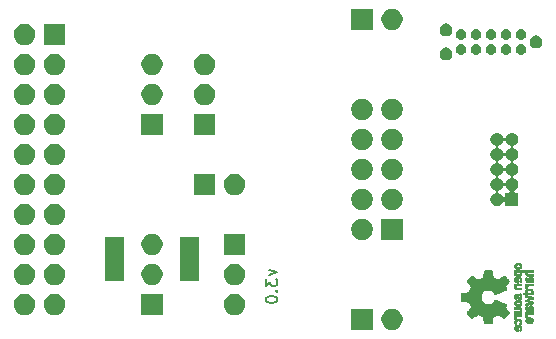
<source format=gbs>
G04 #@! TF.GenerationSoftware,KiCad,Pcbnew,5.1.5-52549c5~86~ubuntu19.04.1*
G04 #@! TF.CreationDate,2020-12-11T00:42:32+01:00*
G04 #@! TF.ProjectId,jlink-tagConnect-adapter-v3,6a6c696e-6b2d-4746-9167-436f6e6e6563,rev?*
G04 #@! TF.SameCoordinates,Original*
G04 #@! TF.FileFunction,Soldermask,Bot*
G04 #@! TF.FilePolarity,Negative*
%FSLAX46Y46*%
G04 Gerber Fmt 4.6, Leading zero omitted, Abs format (unit mm)*
G04 Created by KiCad (PCBNEW 5.1.5-52549c5~86~ubuntu19.04.1) date 2020-12-11 00:42:32*
%MOMM*%
%LPD*%
G04 APERTURE LIST*
%ADD10C,0.150000*%
%ADD11C,0.010000*%
%ADD12C,0.100000*%
G04 APERTURE END LIST*
D10*
X112180714Y-115175357D02*
X112847380Y-115413452D01*
X112180714Y-115651547D01*
X111847380Y-115937261D02*
X111847380Y-116556309D01*
X112228333Y-116222976D01*
X112228333Y-116365833D01*
X112275952Y-116461071D01*
X112323571Y-116508690D01*
X112418809Y-116556309D01*
X112656904Y-116556309D01*
X112752142Y-116508690D01*
X112799761Y-116461071D01*
X112847380Y-116365833D01*
X112847380Y-116080119D01*
X112799761Y-115984880D01*
X112752142Y-115937261D01*
X112752142Y-116984880D02*
X112799761Y-117032500D01*
X112847380Y-116984880D01*
X112799761Y-116937261D01*
X112752142Y-116984880D01*
X112847380Y-116984880D01*
X111847380Y-117651547D02*
X111847380Y-117746785D01*
X111895000Y-117842023D01*
X111942619Y-117889642D01*
X112037857Y-117937261D01*
X112228333Y-117984880D01*
X112466428Y-117984880D01*
X112656904Y-117937261D01*
X112752142Y-117889642D01*
X112799761Y-117842023D01*
X112847380Y-117746785D01*
X112847380Y-117651547D01*
X112799761Y-117556309D01*
X112752142Y-117508690D01*
X112656904Y-117461071D01*
X112466428Y-117413452D01*
X112228333Y-117413452D01*
X112037857Y-117461071D01*
X111942619Y-117508690D01*
X111895000Y-117556309D01*
X111847380Y-117651547D01*
D11*
G36*
X132914184Y-115566241D02*
G01*
X132927282Y-115592753D01*
X132950106Y-115625447D01*
X132974996Y-115649275D01*
X133006249Y-115665594D01*
X133048166Y-115675760D01*
X133105044Y-115681128D01*
X133181184Y-115683056D01*
X133213917Y-115683169D01*
X133285656Y-115682839D01*
X133336927Y-115681473D01*
X133372404Y-115678500D01*
X133396763Y-115673351D01*
X133414680Y-115665457D01*
X133426902Y-115657243D01*
X133478905Y-115604813D01*
X133510184Y-115543070D01*
X133519592Y-115476464D01*
X133505980Y-115409442D01*
X133496354Y-115388208D01*
X133469859Y-115337376D01*
X133885052Y-115337376D01*
X133865868Y-115374475D01*
X133851025Y-115423357D01*
X133847222Y-115483439D01*
X133854243Y-115543436D01*
X133870013Y-115588744D01*
X133900047Y-115626325D01*
X133943024Y-115658436D01*
X133947436Y-115660850D01*
X133968221Y-115671033D01*
X133989170Y-115678470D01*
X134014548Y-115683589D01*
X134048618Y-115686819D01*
X134095641Y-115688587D01*
X134159882Y-115689323D01*
X134232176Y-115689456D01*
X134462822Y-115689456D01*
X134462822Y-115551139D01*
X134037533Y-115551139D01*
X134004979Y-115512451D01*
X133978940Y-115472262D01*
X133974205Y-115434203D01*
X133986389Y-115395934D01*
X133998320Y-115375538D01*
X134015313Y-115360358D01*
X134040995Y-115349562D01*
X134078991Y-115342317D01*
X134132926Y-115337792D01*
X134206425Y-115335156D01*
X134255347Y-115334228D01*
X134456535Y-115331089D01*
X134460336Y-115265074D01*
X134464136Y-115199060D01*
X133215650Y-115199060D01*
X133215650Y-115337376D01*
X133285254Y-115340903D01*
X133333569Y-115352785D01*
X133363631Y-115374980D01*
X133378471Y-115409441D01*
X133381436Y-115444258D01*
X133378028Y-115483671D01*
X133364617Y-115509829D01*
X133346896Y-115526186D01*
X133327835Y-115539063D01*
X133306601Y-115546728D01*
X133276849Y-115550139D01*
X133232236Y-115550251D01*
X133194880Y-115549103D01*
X133138604Y-115546468D01*
X133101658Y-115542544D01*
X133078223Y-115535937D01*
X133062480Y-115525251D01*
X133053380Y-115515167D01*
X133033537Y-115473030D01*
X133030332Y-115423160D01*
X133037168Y-115394524D01*
X133061464Y-115366172D01*
X133108728Y-115347391D01*
X133178624Y-115338288D01*
X133215650Y-115337376D01*
X133215650Y-115199060D01*
X132903614Y-115199060D01*
X132903614Y-115268218D01*
X132905256Y-115309740D01*
X132911087Y-115331162D01*
X132922461Y-115337374D01*
X132922798Y-115337376D01*
X132933938Y-115340258D01*
X132932673Y-115352970D01*
X132920433Y-115378243D01*
X132901707Y-115437131D01*
X132899739Y-115503385D01*
X132914184Y-115566241D01*
G37*
X132914184Y-115566241D02*
X132927282Y-115592753D01*
X132950106Y-115625447D01*
X132974996Y-115649275D01*
X133006249Y-115665594D01*
X133048166Y-115675760D01*
X133105044Y-115681128D01*
X133181184Y-115683056D01*
X133213917Y-115683169D01*
X133285656Y-115682839D01*
X133336927Y-115681473D01*
X133372404Y-115678500D01*
X133396763Y-115673351D01*
X133414680Y-115665457D01*
X133426902Y-115657243D01*
X133478905Y-115604813D01*
X133510184Y-115543070D01*
X133519592Y-115476464D01*
X133505980Y-115409442D01*
X133496354Y-115388208D01*
X133469859Y-115337376D01*
X133885052Y-115337376D01*
X133865868Y-115374475D01*
X133851025Y-115423357D01*
X133847222Y-115483439D01*
X133854243Y-115543436D01*
X133870013Y-115588744D01*
X133900047Y-115626325D01*
X133943024Y-115658436D01*
X133947436Y-115660850D01*
X133968221Y-115671033D01*
X133989170Y-115678470D01*
X134014548Y-115683589D01*
X134048618Y-115686819D01*
X134095641Y-115688587D01*
X134159882Y-115689323D01*
X134232176Y-115689456D01*
X134462822Y-115689456D01*
X134462822Y-115551139D01*
X134037533Y-115551139D01*
X134004979Y-115512451D01*
X133978940Y-115472262D01*
X133974205Y-115434203D01*
X133986389Y-115395934D01*
X133998320Y-115375538D01*
X134015313Y-115360358D01*
X134040995Y-115349562D01*
X134078991Y-115342317D01*
X134132926Y-115337792D01*
X134206425Y-115335156D01*
X134255347Y-115334228D01*
X134456535Y-115331089D01*
X134460336Y-115265074D01*
X134464136Y-115199060D01*
X133215650Y-115199060D01*
X133215650Y-115337376D01*
X133285254Y-115340903D01*
X133333569Y-115352785D01*
X133363631Y-115374980D01*
X133378471Y-115409441D01*
X133381436Y-115444258D01*
X133378028Y-115483671D01*
X133364617Y-115509829D01*
X133346896Y-115526186D01*
X133327835Y-115539063D01*
X133306601Y-115546728D01*
X133276849Y-115550139D01*
X133232236Y-115550251D01*
X133194880Y-115549103D01*
X133138604Y-115546468D01*
X133101658Y-115542544D01*
X133078223Y-115535937D01*
X133062480Y-115525251D01*
X133053380Y-115515167D01*
X133033537Y-115473030D01*
X133030332Y-115423160D01*
X133037168Y-115394524D01*
X133061464Y-115366172D01*
X133108728Y-115347391D01*
X133178624Y-115338288D01*
X133215650Y-115337376D01*
X133215650Y-115199060D01*
X132903614Y-115199060D01*
X132903614Y-115268218D01*
X132905256Y-115309740D01*
X132911087Y-115331162D01*
X132922461Y-115337374D01*
X132922798Y-115337376D01*
X132933938Y-115340258D01*
X132932673Y-115352970D01*
X132920433Y-115378243D01*
X132901707Y-115437131D01*
X132899739Y-115503385D01*
X132914184Y-115566241D01*
G36*
X133851555Y-116090790D02*
G01*
X133867339Y-116149945D01*
X133895948Y-116194977D01*
X133933419Y-116226754D01*
X133949411Y-116236634D01*
X133966163Y-116243927D01*
X133987592Y-116249026D01*
X134017616Y-116252321D01*
X134060154Y-116254203D01*
X134119122Y-116255063D01*
X134198440Y-116255293D01*
X134219484Y-116255297D01*
X134462822Y-116255297D01*
X134462822Y-116194941D01*
X134460126Y-116156443D01*
X134453295Y-116127977D01*
X134449083Y-116120845D01*
X134441813Y-116101348D01*
X134449083Y-116081434D01*
X134458160Y-116048647D01*
X134461813Y-116001022D01*
X134460228Y-115948236D01*
X134453589Y-115899964D01*
X134445072Y-115871782D01*
X134410063Y-115817247D01*
X134361479Y-115783165D01*
X134296882Y-115767843D01*
X134295223Y-115767701D01*
X134266566Y-115769045D01*
X134266566Y-115890644D01*
X134299161Y-115901274D01*
X134317505Y-115918590D01*
X134331379Y-115953348D01*
X134336917Y-115999227D01*
X134334191Y-116046012D01*
X134323274Y-116083486D01*
X134316269Y-116093985D01*
X134283904Y-116112332D01*
X134247111Y-116116980D01*
X134198763Y-116116980D01*
X134198763Y-116047418D01*
X134203850Y-115981333D01*
X134218263Y-115931236D01*
X134240729Y-115900071D01*
X134266566Y-115890644D01*
X134266566Y-115769045D01*
X134224647Y-115771013D01*
X134168845Y-115794290D01*
X134126647Y-115838052D01*
X134122808Y-115844101D01*
X134110309Y-115870093D01*
X134102740Y-115902265D01*
X134099061Y-115947240D01*
X134098216Y-116000669D01*
X134098169Y-116116980D01*
X134049411Y-116116980D01*
X134011581Y-116112047D01*
X133986236Y-116099457D01*
X133984887Y-116097983D01*
X133973800Y-116069966D01*
X133969503Y-116027674D01*
X133971615Y-115980936D01*
X133979756Y-115939582D01*
X133991965Y-115915043D01*
X134001746Y-115901747D01*
X134003613Y-115887706D01*
X133995600Y-115868329D01*
X133975739Y-115839024D01*
X133942063Y-115795197D01*
X133938909Y-115791175D01*
X133927236Y-115793236D01*
X133907822Y-115810432D01*
X133886248Y-115836567D01*
X133868096Y-115865448D01*
X133863809Y-115874522D01*
X133855256Y-115907620D01*
X133849155Y-115956120D01*
X133846708Y-116010305D01*
X133846703Y-116012839D01*
X133851555Y-116090790D01*
G37*
X133851555Y-116090790D02*
X133867339Y-116149945D01*
X133895948Y-116194977D01*
X133933419Y-116226754D01*
X133949411Y-116236634D01*
X133966163Y-116243927D01*
X133987592Y-116249026D01*
X134017616Y-116252321D01*
X134060154Y-116254203D01*
X134119122Y-116255063D01*
X134198440Y-116255293D01*
X134219484Y-116255297D01*
X134462822Y-116255297D01*
X134462822Y-116194941D01*
X134460126Y-116156443D01*
X134453295Y-116127977D01*
X134449083Y-116120845D01*
X134441813Y-116101348D01*
X134449083Y-116081434D01*
X134458160Y-116048647D01*
X134461813Y-116001022D01*
X134460228Y-115948236D01*
X134453589Y-115899964D01*
X134445072Y-115871782D01*
X134410063Y-115817247D01*
X134361479Y-115783165D01*
X134296882Y-115767843D01*
X134295223Y-115767701D01*
X134266566Y-115769045D01*
X134266566Y-115890644D01*
X134299161Y-115901274D01*
X134317505Y-115918590D01*
X134331379Y-115953348D01*
X134336917Y-115999227D01*
X134334191Y-116046012D01*
X134323274Y-116083486D01*
X134316269Y-116093985D01*
X134283904Y-116112332D01*
X134247111Y-116116980D01*
X134198763Y-116116980D01*
X134198763Y-116047418D01*
X134203850Y-115981333D01*
X134218263Y-115931236D01*
X134240729Y-115900071D01*
X134266566Y-115890644D01*
X134266566Y-115769045D01*
X134224647Y-115771013D01*
X134168845Y-115794290D01*
X134126647Y-115838052D01*
X134122808Y-115844101D01*
X134110309Y-115870093D01*
X134102740Y-115902265D01*
X134099061Y-115947240D01*
X134098216Y-116000669D01*
X134098169Y-116116980D01*
X134049411Y-116116980D01*
X134011581Y-116112047D01*
X133986236Y-116099457D01*
X133984887Y-116097983D01*
X133973800Y-116069966D01*
X133969503Y-116027674D01*
X133971615Y-115980936D01*
X133979756Y-115939582D01*
X133991965Y-115915043D01*
X134001746Y-115901747D01*
X134003613Y-115887706D01*
X133995600Y-115868329D01*
X133975739Y-115839024D01*
X133942063Y-115795197D01*
X133938909Y-115791175D01*
X133927236Y-115793236D01*
X133907822Y-115810432D01*
X133886248Y-115836567D01*
X133868096Y-115865448D01*
X133863809Y-115874522D01*
X133855256Y-115907620D01*
X133849155Y-115956120D01*
X133846708Y-116010305D01*
X133846703Y-116012839D01*
X133851555Y-116090790D01*
G36*
X133848020Y-116481644D02*
G01*
X133853660Y-116500461D01*
X133866053Y-116506527D01*
X133871647Y-116506782D01*
X133887230Y-116507871D01*
X133889676Y-116515368D01*
X133878993Y-116535619D01*
X133871694Y-116547649D01*
X133856063Y-116585600D01*
X133848334Y-116630928D01*
X133847740Y-116678456D01*
X133853513Y-116723005D01*
X133864884Y-116759398D01*
X133881088Y-116782457D01*
X133901355Y-116787004D01*
X133906843Y-116784709D01*
X133929626Y-116767980D01*
X133957647Y-116742037D01*
X133962177Y-116737345D01*
X133983005Y-116712617D01*
X133989735Y-116691282D01*
X133985038Y-116661445D01*
X133981917Y-116649492D01*
X133974421Y-116612295D01*
X133977792Y-116586141D01*
X133989681Y-116564054D01*
X134005635Y-116543822D01*
X134025700Y-116528921D01*
X134053702Y-116518566D01*
X134093467Y-116511971D01*
X134148823Y-116508351D01*
X134223594Y-116506922D01*
X134268740Y-116506782D01*
X134462822Y-116506782D01*
X134462822Y-116381040D01*
X133846683Y-116381040D01*
X133846683Y-116443911D01*
X133848020Y-116481644D01*
G37*
X133848020Y-116481644D02*
X133853660Y-116500461D01*
X133866053Y-116506527D01*
X133871647Y-116506782D01*
X133887230Y-116507871D01*
X133889676Y-116515368D01*
X133878993Y-116535619D01*
X133871694Y-116547649D01*
X133856063Y-116585600D01*
X133848334Y-116630928D01*
X133847740Y-116678456D01*
X133853513Y-116723005D01*
X133864884Y-116759398D01*
X133881088Y-116782457D01*
X133901355Y-116787004D01*
X133906843Y-116784709D01*
X133929626Y-116767980D01*
X133957647Y-116742037D01*
X133962177Y-116737345D01*
X133983005Y-116712617D01*
X133989735Y-116691282D01*
X133985038Y-116661445D01*
X133981917Y-116649492D01*
X133974421Y-116612295D01*
X133977792Y-116586141D01*
X133989681Y-116564054D01*
X134005635Y-116543822D01*
X134025700Y-116528921D01*
X134053702Y-116518566D01*
X134093467Y-116511971D01*
X134148823Y-116508351D01*
X134223594Y-116506922D01*
X134268740Y-116506782D01*
X134462822Y-116506782D01*
X134462822Y-116381040D01*
X133846683Y-116381040D01*
X133846683Y-116443911D01*
X133848020Y-116481644D01*
G36*
X134462822Y-117273812D02*
G01*
X134462822Y-117204654D01*
X134461645Y-117164512D01*
X134456772Y-117143606D01*
X134446186Y-117136078D01*
X134439029Y-117135495D01*
X134424676Y-117134226D01*
X134421923Y-117126221D01*
X134430771Y-117105185D01*
X134439029Y-117088827D01*
X134458597Y-117026023D01*
X134459729Y-116957752D01*
X134445135Y-116902248D01*
X134409877Y-116850562D01*
X134357835Y-116811162D01*
X134296450Y-116789587D01*
X134293018Y-116789038D01*
X134255571Y-116785833D01*
X134201813Y-116784239D01*
X134161155Y-116784367D01*
X134161155Y-116921721D01*
X134215194Y-116924903D01*
X134259735Y-116932141D01*
X134284888Y-116941940D01*
X134319260Y-116979011D01*
X134331582Y-117023026D01*
X134321618Y-117068416D01*
X134291895Y-117107203D01*
X134271905Y-117121892D01*
X134248050Y-117130481D01*
X134213230Y-117134504D01*
X134160930Y-117135495D01*
X134109139Y-117133722D01*
X134063634Y-117129037D01*
X134033181Y-117122397D01*
X134030452Y-117121290D01*
X133998000Y-117094509D01*
X133980183Y-117055421D01*
X133977306Y-117011685D01*
X133989674Y-116970962D01*
X134017593Y-116940913D01*
X134023148Y-116937796D01*
X134057022Y-116928039D01*
X134105728Y-116922723D01*
X134161155Y-116921721D01*
X134161155Y-116784367D01*
X134140540Y-116784432D01*
X134107563Y-116785336D01*
X134025981Y-116791486D01*
X133964730Y-116804267D01*
X133919449Y-116825529D01*
X133885779Y-116857122D01*
X133866014Y-116887793D01*
X133852120Y-116930646D01*
X133847354Y-116983944D01*
X133851236Y-117038520D01*
X133863282Y-117085208D01*
X133877693Y-117109876D01*
X133900878Y-117135495D01*
X133607773Y-117135495D01*
X133607773Y-117273812D01*
X134462822Y-117273812D01*
G37*
X134462822Y-117273812D02*
X134462822Y-117204654D01*
X134461645Y-117164512D01*
X134456772Y-117143606D01*
X134446186Y-117136078D01*
X134439029Y-117135495D01*
X134424676Y-117134226D01*
X134421923Y-117126221D01*
X134430771Y-117105185D01*
X134439029Y-117088827D01*
X134458597Y-117026023D01*
X134459729Y-116957752D01*
X134445135Y-116902248D01*
X134409877Y-116850562D01*
X134357835Y-116811162D01*
X134296450Y-116789587D01*
X134293018Y-116789038D01*
X134255571Y-116785833D01*
X134201813Y-116784239D01*
X134161155Y-116784367D01*
X134161155Y-116921721D01*
X134215194Y-116924903D01*
X134259735Y-116932141D01*
X134284888Y-116941940D01*
X134319260Y-116979011D01*
X134331582Y-117023026D01*
X134321618Y-117068416D01*
X134291895Y-117107203D01*
X134271905Y-117121892D01*
X134248050Y-117130481D01*
X134213230Y-117134504D01*
X134160930Y-117135495D01*
X134109139Y-117133722D01*
X134063634Y-117129037D01*
X134033181Y-117122397D01*
X134030452Y-117121290D01*
X133998000Y-117094509D01*
X133980183Y-117055421D01*
X133977306Y-117011685D01*
X133989674Y-116970962D01*
X134017593Y-116940913D01*
X134023148Y-116937796D01*
X134057022Y-116928039D01*
X134105728Y-116922723D01*
X134161155Y-116921721D01*
X134161155Y-116784367D01*
X134140540Y-116784432D01*
X134107563Y-116785336D01*
X134025981Y-116791486D01*
X133964730Y-116804267D01*
X133919449Y-116825529D01*
X133885779Y-116857122D01*
X133866014Y-116887793D01*
X133852120Y-116930646D01*
X133847354Y-116983944D01*
X133851236Y-117038520D01*
X133863282Y-117085208D01*
X133877693Y-117109876D01*
X133900878Y-117135495D01*
X133607773Y-117135495D01*
X133607773Y-117273812D01*
X134462822Y-117273812D01*
G36*
X133849237Y-117756524D02*
G01*
X133852971Y-117806255D01*
X134242773Y-117936291D01*
X134173614Y-117956678D01*
X134130874Y-117968946D01*
X134073115Y-117985085D01*
X134009625Y-118002512D01*
X133975570Y-118011726D01*
X133846683Y-118046388D01*
X133846683Y-118189391D01*
X133981857Y-118146646D01*
X134048342Y-118125596D01*
X134128539Y-118100167D01*
X134212193Y-118073610D01*
X134286782Y-118049902D01*
X134456535Y-117995902D01*
X134460328Y-117937598D01*
X134464122Y-117879295D01*
X134359734Y-117847679D01*
X134294889Y-117828182D01*
X134223400Y-117806904D01*
X134160263Y-117788308D01*
X134157750Y-117787574D01*
X134114969Y-117773684D01*
X134085779Y-117761429D01*
X134074741Y-117752846D01*
X134076018Y-117751082D01*
X134093130Y-117744891D01*
X134129787Y-117733128D01*
X134181378Y-117717225D01*
X134243294Y-117698614D01*
X134277352Y-117688543D01*
X134462822Y-117634007D01*
X134462822Y-117518264D01*
X134170471Y-117425737D01*
X134088462Y-117399744D01*
X134013987Y-117376066D01*
X133950544Y-117355820D01*
X133901632Y-117340126D01*
X133870749Y-117330102D01*
X133861726Y-117327055D01*
X133852487Y-117329467D01*
X133848441Y-117348408D01*
X133848846Y-117387823D01*
X133849152Y-117393993D01*
X133852971Y-117467086D01*
X134029010Y-117514957D01*
X134093211Y-117532553D01*
X134149649Y-117548277D01*
X134193422Y-117560746D01*
X134219630Y-117568574D01*
X134223903Y-117570020D01*
X134218990Y-117576014D01*
X134193532Y-117588101D01*
X134150997Y-117604893D01*
X134094850Y-117625003D01*
X134044130Y-117642003D01*
X133845504Y-117706794D01*
X133849237Y-117756524D01*
G37*
X133849237Y-117756524D02*
X133852971Y-117806255D01*
X134242773Y-117936291D01*
X134173614Y-117956678D01*
X134130874Y-117968946D01*
X134073115Y-117985085D01*
X134009625Y-118002512D01*
X133975570Y-118011726D01*
X133846683Y-118046388D01*
X133846683Y-118189391D01*
X133981857Y-118146646D01*
X134048342Y-118125596D01*
X134128539Y-118100167D01*
X134212193Y-118073610D01*
X134286782Y-118049902D01*
X134456535Y-117995902D01*
X134460328Y-117937598D01*
X134464122Y-117879295D01*
X134359734Y-117847679D01*
X134294889Y-117828182D01*
X134223400Y-117806904D01*
X134160263Y-117788308D01*
X134157750Y-117787574D01*
X134114969Y-117773684D01*
X134085779Y-117761429D01*
X134074741Y-117752846D01*
X134076018Y-117751082D01*
X134093130Y-117744891D01*
X134129787Y-117733128D01*
X134181378Y-117717225D01*
X134243294Y-117698614D01*
X134277352Y-117688543D01*
X134462822Y-117634007D01*
X134462822Y-117518264D01*
X134170471Y-117425737D01*
X134088462Y-117399744D01*
X134013987Y-117376066D01*
X133950544Y-117355820D01*
X133901632Y-117340126D01*
X133870749Y-117330102D01*
X133861726Y-117327055D01*
X133852487Y-117329467D01*
X133848441Y-117348408D01*
X133848846Y-117387823D01*
X133849152Y-117393993D01*
X133852971Y-117467086D01*
X134029010Y-117514957D01*
X134093211Y-117532553D01*
X134149649Y-117548277D01*
X134193422Y-117560746D01*
X134219630Y-117568574D01*
X134223903Y-117570020D01*
X134218990Y-117576014D01*
X134193532Y-117588101D01*
X134150997Y-117604893D01*
X134094850Y-117625003D01*
X134044130Y-117642003D01*
X133845504Y-117706794D01*
X133849237Y-117756524D01*
G36*
X133850417Y-118513411D02*
G01*
X133863290Y-118566411D01*
X133870110Y-118581731D01*
X133887974Y-118611428D01*
X133908093Y-118634220D01*
X133933962Y-118651083D01*
X133969073Y-118662998D01*
X134016920Y-118670942D01*
X134080996Y-118675894D01*
X134164794Y-118678831D01*
X134220768Y-118679947D01*
X134462822Y-118684052D01*
X134462822Y-118613932D01*
X134461038Y-118571393D01*
X134454942Y-118549476D01*
X134444706Y-118543812D01*
X134433637Y-118540821D01*
X134435754Y-118527451D01*
X134444629Y-118509233D01*
X134458233Y-118463624D01*
X134461899Y-118405007D01*
X134455903Y-118343354D01*
X134440521Y-118288638D01*
X134438386Y-118283730D01*
X134403255Y-118233723D01*
X134354419Y-118200756D01*
X134297333Y-118185587D01*
X134276824Y-118186746D01*
X134276824Y-118310508D01*
X134304425Y-118321413D01*
X134324204Y-118353745D01*
X134334819Y-118405910D01*
X134336228Y-118433787D01*
X134332620Y-118480247D01*
X134318597Y-118511129D01*
X134311931Y-118518664D01*
X134275666Y-118539076D01*
X134242773Y-118543812D01*
X134198763Y-118543812D01*
X134198763Y-118482513D01*
X134202395Y-118411256D01*
X134213818Y-118361276D01*
X134233824Y-118329696D01*
X134242743Y-118322626D01*
X134276824Y-118310508D01*
X134276824Y-118186746D01*
X134237456Y-118188971D01*
X134180244Y-118211663D01*
X134141580Y-118242624D01*
X134124864Y-118261376D01*
X134113878Y-118279733D01*
X134107180Y-118303619D01*
X134103326Y-118338957D01*
X134100873Y-118391669D01*
X134100168Y-118412577D01*
X134095879Y-118543812D01*
X134056158Y-118543620D01*
X134014405Y-118538537D01*
X133989158Y-118520162D01*
X133973030Y-118483039D01*
X133972742Y-118482043D01*
X133966400Y-118429410D01*
X133974684Y-118377906D01*
X133994827Y-118339630D01*
X134004773Y-118324272D01*
X134003397Y-118307730D01*
X133988987Y-118282275D01*
X133978817Y-118267328D01*
X133957088Y-118238091D01*
X133940800Y-118219980D01*
X133936137Y-118217074D01*
X133912005Y-118229040D01*
X133883185Y-118264396D01*
X133873461Y-118279753D01*
X133856714Y-118323901D01*
X133847227Y-118383398D01*
X133845095Y-118449487D01*
X133850417Y-118513411D01*
G37*
X133850417Y-118513411D02*
X133863290Y-118566411D01*
X133870110Y-118581731D01*
X133887974Y-118611428D01*
X133908093Y-118634220D01*
X133933962Y-118651083D01*
X133969073Y-118662998D01*
X134016920Y-118670942D01*
X134080996Y-118675894D01*
X134164794Y-118678831D01*
X134220768Y-118679947D01*
X134462822Y-118684052D01*
X134462822Y-118613932D01*
X134461038Y-118571393D01*
X134454942Y-118549476D01*
X134444706Y-118543812D01*
X134433637Y-118540821D01*
X134435754Y-118527451D01*
X134444629Y-118509233D01*
X134458233Y-118463624D01*
X134461899Y-118405007D01*
X134455903Y-118343354D01*
X134440521Y-118288638D01*
X134438386Y-118283730D01*
X134403255Y-118233723D01*
X134354419Y-118200756D01*
X134297333Y-118185587D01*
X134276824Y-118186746D01*
X134276824Y-118310508D01*
X134304425Y-118321413D01*
X134324204Y-118353745D01*
X134334819Y-118405910D01*
X134336228Y-118433787D01*
X134332620Y-118480247D01*
X134318597Y-118511129D01*
X134311931Y-118518664D01*
X134275666Y-118539076D01*
X134242773Y-118543812D01*
X134198763Y-118543812D01*
X134198763Y-118482513D01*
X134202395Y-118411256D01*
X134213818Y-118361276D01*
X134233824Y-118329696D01*
X134242743Y-118322626D01*
X134276824Y-118310508D01*
X134276824Y-118186746D01*
X134237456Y-118188971D01*
X134180244Y-118211663D01*
X134141580Y-118242624D01*
X134124864Y-118261376D01*
X134113878Y-118279733D01*
X134107180Y-118303619D01*
X134103326Y-118338957D01*
X134100873Y-118391669D01*
X134100168Y-118412577D01*
X134095879Y-118543812D01*
X134056158Y-118543620D01*
X134014405Y-118538537D01*
X133989158Y-118520162D01*
X133973030Y-118483039D01*
X133972742Y-118482043D01*
X133966400Y-118429410D01*
X133974684Y-118377906D01*
X133994827Y-118339630D01*
X134004773Y-118324272D01*
X134003397Y-118307730D01*
X133988987Y-118282275D01*
X133978817Y-118267328D01*
X133957088Y-118238091D01*
X133940800Y-118219980D01*
X133936137Y-118217074D01*
X133912005Y-118229040D01*
X133883185Y-118264396D01*
X133873461Y-118279753D01*
X133856714Y-118323901D01*
X133847227Y-118383398D01*
X133845095Y-118449487D01*
X133850417Y-118513411D01*
G36*
X133846486Y-119110255D02*
G01*
X133856015Y-119158595D01*
X133870125Y-119186114D01*
X133893568Y-119215064D01*
X133945571Y-119173876D01*
X133977064Y-119148482D01*
X133992428Y-119131238D01*
X133994776Y-119114102D01*
X133987217Y-119089027D01*
X133982941Y-119077257D01*
X133976631Y-119029270D01*
X133990156Y-118985324D01*
X134020710Y-118953060D01*
X134030452Y-118947819D01*
X134056258Y-118942112D01*
X134103817Y-118937706D01*
X134169758Y-118934811D01*
X134250710Y-118933631D01*
X134262226Y-118933614D01*
X134462822Y-118933614D01*
X134462822Y-118795297D01*
X133846683Y-118795297D01*
X133846683Y-118864456D01*
X133847725Y-118904333D01*
X133852358Y-118925107D01*
X133862849Y-118932789D01*
X133872745Y-118933614D01*
X133898806Y-118933614D01*
X133872745Y-118966745D01*
X133854965Y-119004735D01*
X133846174Y-119055770D01*
X133846486Y-119110255D01*
G37*
X133846486Y-119110255D02*
X133856015Y-119158595D01*
X133870125Y-119186114D01*
X133893568Y-119215064D01*
X133945571Y-119173876D01*
X133977064Y-119148482D01*
X133992428Y-119131238D01*
X133994776Y-119114102D01*
X133987217Y-119089027D01*
X133982941Y-119077257D01*
X133976631Y-119029270D01*
X133990156Y-118985324D01*
X134020710Y-118953060D01*
X134030452Y-118947819D01*
X134056258Y-118942112D01*
X134103817Y-118937706D01*
X134169758Y-118934811D01*
X134250710Y-118933631D01*
X134262226Y-118933614D01*
X134462822Y-118933614D01*
X134462822Y-118795297D01*
X133846683Y-118795297D01*
X133846683Y-118864456D01*
X133847725Y-118904333D01*
X133852358Y-118925107D01*
X133862849Y-118932789D01*
X133872745Y-118933614D01*
X133898806Y-118933614D01*
X133872745Y-118966745D01*
X133854965Y-119004735D01*
X133846174Y-119055770D01*
X133846486Y-119110255D01*
G36*
X133849970Y-119507581D02*
G01*
X133865597Y-119567685D01*
X133897848Y-119618021D01*
X133921940Y-119642393D01*
X133978895Y-119682345D01*
X134044965Y-119705242D01*
X134126182Y-119713108D01*
X134132748Y-119713148D01*
X134198763Y-119713218D01*
X134198763Y-119333264D01*
X134233342Y-119341363D01*
X134264659Y-119355987D01*
X134297291Y-119381581D01*
X134302500Y-119386935D01*
X134330694Y-119432943D01*
X134335475Y-119485410D01*
X134316926Y-119545803D01*
X134311931Y-119556040D01*
X134296745Y-119587439D01*
X134288094Y-119608470D01*
X134287293Y-119612139D01*
X134295063Y-119624948D01*
X134314072Y-119649378D01*
X134324460Y-119661779D01*
X134348321Y-119687476D01*
X134364077Y-119695915D01*
X134378571Y-119690058D01*
X134382534Y-119686928D01*
X134399879Y-119665725D01*
X134420959Y-119630738D01*
X134433265Y-119606337D01*
X134454946Y-119537072D01*
X134461971Y-119460388D01*
X134453647Y-119387765D01*
X134447686Y-119367426D01*
X134413952Y-119304476D01*
X134362045Y-119257815D01*
X134291459Y-119227173D01*
X134201692Y-119212282D01*
X134154753Y-119210647D01*
X134086413Y-119215421D01*
X134086413Y-119335990D01*
X134091465Y-119347652D01*
X134095429Y-119378998D01*
X134097768Y-119424571D01*
X134098169Y-119455446D01*
X134097783Y-119510981D01*
X134095975Y-119546033D01*
X134091773Y-119565262D01*
X134084203Y-119573330D01*
X134073218Y-119574901D01*
X134039381Y-119564121D01*
X134005940Y-119536980D01*
X133980272Y-119501277D01*
X133969772Y-119465560D01*
X133979086Y-119417048D01*
X134006013Y-119375053D01*
X134044827Y-119345936D01*
X134086413Y-119335990D01*
X134086413Y-119215421D01*
X134055236Y-119217599D01*
X133975949Y-119239055D01*
X133916263Y-119275470D01*
X133875549Y-119327297D01*
X133853179Y-119394990D01*
X133848871Y-119431662D01*
X133849970Y-119507581D01*
G37*
X133849970Y-119507581D02*
X133865597Y-119567685D01*
X133897848Y-119618021D01*
X133921940Y-119642393D01*
X133978895Y-119682345D01*
X134044965Y-119705242D01*
X134126182Y-119713108D01*
X134132748Y-119713148D01*
X134198763Y-119713218D01*
X134198763Y-119333264D01*
X134233342Y-119341363D01*
X134264659Y-119355987D01*
X134297291Y-119381581D01*
X134302500Y-119386935D01*
X134330694Y-119432943D01*
X134335475Y-119485410D01*
X134316926Y-119545803D01*
X134311931Y-119556040D01*
X134296745Y-119587439D01*
X134288094Y-119608470D01*
X134287293Y-119612139D01*
X134295063Y-119624948D01*
X134314072Y-119649378D01*
X134324460Y-119661779D01*
X134348321Y-119687476D01*
X134364077Y-119695915D01*
X134378571Y-119690058D01*
X134382534Y-119686928D01*
X134399879Y-119665725D01*
X134420959Y-119630738D01*
X134433265Y-119606337D01*
X134454946Y-119537072D01*
X134461971Y-119460388D01*
X134453647Y-119387765D01*
X134447686Y-119367426D01*
X134413952Y-119304476D01*
X134362045Y-119257815D01*
X134291459Y-119227173D01*
X134201692Y-119212282D01*
X134154753Y-119210647D01*
X134086413Y-119215421D01*
X134086413Y-119335990D01*
X134091465Y-119347652D01*
X134095429Y-119378998D01*
X134097768Y-119424571D01*
X134098169Y-119455446D01*
X134097783Y-119510981D01*
X134095975Y-119546033D01*
X134091773Y-119565262D01*
X134084203Y-119573330D01*
X134073218Y-119574901D01*
X134039381Y-119564121D01*
X134005940Y-119536980D01*
X133980272Y-119501277D01*
X133969772Y-119465560D01*
X133979086Y-119417048D01*
X134006013Y-119375053D01*
X134044827Y-119345936D01*
X134086413Y-119335990D01*
X134086413Y-119215421D01*
X134055236Y-119217599D01*
X133975949Y-119239055D01*
X133916263Y-119275470D01*
X133875549Y-119327297D01*
X133853179Y-119394990D01*
X133848871Y-119431662D01*
X133849970Y-119507581D01*
G36*
X132910148Y-114936739D02*
G01*
X132939231Y-115002521D01*
X132987793Y-115052460D01*
X133055908Y-115086626D01*
X133143651Y-115105093D01*
X133157351Y-115106417D01*
X133253939Y-115107454D01*
X133338602Y-115094007D01*
X133407221Y-115066892D01*
X133429294Y-115052373D01*
X133476011Y-115001799D01*
X133506268Y-114937391D01*
X133518824Y-114865334D01*
X133512439Y-114791815D01*
X133492772Y-114735928D01*
X133459629Y-114687868D01*
X133416175Y-114648588D01*
X133415158Y-114647908D01*
X133388338Y-114631956D01*
X133361368Y-114621590D01*
X133327332Y-114615312D01*
X133279310Y-114611627D01*
X133239931Y-114610003D01*
X133204219Y-114609328D01*
X133204219Y-114735045D01*
X133239770Y-114736274D01*
X133287094Y-114740734D01*
X133317465Y-114748603D01*
X133339072Y-114762793D01*
X133351694Y-114776083D01*
X133378122Y-114823198D01*
X133381653Y-114872495D01*
X133362639Y-114918407D01*
X133341331Y-114941362D01*
X133319859Y-114957904D01*
X133299313Y-114967579D01*
X133272574Y-114971826D01*
X133232523Y-114972080D01*
X133195638Y-114970772D01*
X133142947Y-114967957D01*
X133108772Y-114963495D01*
X133086480Y-114955452D01*
X133069442Y-114941897D01*
X133059703Y-114931155D01*
X133034123Y-114886223D01*
X133032847Y-114837751D01*
X133047999Y-114797106D01*
X133079642Y-114762433D01*
X133131620Y-114741776D01*
X133204219Y-114735045D01*
X133204219Y-114609328D01*
X133161621Y-114608521D01*
X133103056Y-114611052D01*
X133059007Y-114618638D01*
X133024248Y-114632319D01*
X132993551Y-114653135D01*
X132984436Y-114660853D01*
X132939021Y-114709111D01*
X132912493Y-114760872D01*
X132901379Y-114824172D01*
X132900471Y-114855039D01*
X132910148Y-114936739D01*
G37*
X132910148Y-114936739D02*
X132939231Y-115002521D01*
X132987793Y-115052460D01*
X133055908Y-115086626D01*
X133143651Y-115105093D01*
X133157351Y-115106417D01*
X133253939Y-115107454D01*
X133338602Y-115094007D01*
X133407221Y-115066892D01*
X133429294Y-115052373D01*
X133476011Y-115001799D01*
X133506268Y-114937391D01*
X133518824Y-114865334D01*
X133512439Y-114791815D01*
X133492772Y-114735928D01*
X133459629Y-114687868D01*
X133416175Y-114648588D01*
X133415158Y-114647908D01*
X133388338Y-114631956D01*
X133361368Y-114621590D01*
X133327332Y-114615312D01*
X133279310Y-114611627D01*
X133239931Y-114610003D01*
X133204219Y-114609328D01*
X133204219Y-114735045D01*
X133239770Y-114736274D01*
X133287094Y-114740734D01*
X133317465Y-114748603D01*
X133339072Y-114762793D01*
X133351694Y-114776083D01*
X133378122Y-114823198D01*
X133381653Y-114872495D01*
X133362639Y-114918407D01*
X133341331Y-114941362D01*
X133319859Y-114957904D01*
X133299313Y-114967579D01*
X133272574Y-114971826D01*
X133232523Y-114972080D01*
X133195638Y-114970772D01*
X133142947Y-114967957D01*
X133108772Y-114963495D01*
X133086480Y-114955452D01*
X133069442Y-114941897D01*
X133059703Y-114931155D01*
X133034123Y-114886223D01*
X133032847Y-114837751D01*
X133047999Y-114797106D01*
X133079642Y-114762433D01*
X133131620Y-114741776D01*
X133204219Y-114735045D01*
X133204219Y-114609328D01*
X133161621Y-114608521D01*
X133103056Y-114611052D01*
X133059007Y-114618638D01*
X133024248Y-114632319D01*
X132993551Y-114653135D01*
X132984436Y-114660853D01*
X132939021Y-114709111D01*
X132912493Y-114760872D01*
X132901379Y-114824172D01*
X132900471Y-114855039D01*
X132910148Y-114936739D01*
G36*
X132917614Y-116118301D02*
G01*
X132923514Y-116130832D01*
X132955283Y-116174201D01*
X133001646Y-116215210D01*
X133052696Y-116245832D01*
X133076166Y-116254541D01*
X133118091Y-116262488D01*
X133168757Y-116267226D01*
X133189679Y-116267801D01*
X133255693Y-116267871D01*
X133255693Y-115887917D01*
X133290273Y-115896017D01*
X133331170Y-115915896D01*
X133366514Y-115950653D01*
X133389282Y-115992002D01*
X133394010Y-116018351D01*
X133388273Y-116054084D01*
X133373882Y-116096718D01*
X133367262Y-116111201D01*
X133340513Y-116164760D01*
X133375376Y-116210467D01*
X133398955Y-116236842D01*
X133418417Y-116250876D01*
X133424129Y-116251586D01*
X133437973Y-116239049D01*
X133459012Y-116211572D01*
X133475425Y-116186634D01*
X133504930Y-116119336D01*
X133518284Y-116043890D01*
X133514812Y-115969112D01*
X133496663Y-115909505D01*
X133457784Y-115848059D01*
X133406595Y-115804392D01*
X133340367Y-115777074D01*
X133256371Y-115764678D01*
X133217936Y-115763579D01*
X133129861Y-115767978D01*
X133127299Y-115768518D01*
X133127299Y-115894418D01*
X133135558Y-115897885D01*
X133140113Y-115912137D01*
X133142065Y-115941530D01*
X133142517Y-115990425D01*
X133142525Y-116009252D01*
X133141843Y-116066533D01*
X133139364Y-116102859D01*
X133134443Y-116122396D01*
X133126434Y-116129310D01*
X133123862Y-116129555D01*
X133103423Y-116121664D01*
X133074789Y-116101915D01*
X133064763Y-116093425D01*
X133036408Y-116061906D01*
X133025259Y-116029051D01*
X133024327Y-116011349D01*
X133035981Y-115963461D01*
X133067285Y-115923301D01*
X133112752Y-115897827D01*
X133114233Y-115897375D01*
X133127299Y-115894418D01*
X133127299Y-115768518D01*
X133060510Y-115782608D01*
X133005025Y-115808962D01*
X132965639Y-115841193D01*
X132922931Y-115900783D01*
X132900109Y-115970832D01*
X132898046Y-116045339D01*
X132917614Y-116118301D01*
G37*
X132917614Y-116118301D02*
X132923514Y-116130832D01*
X132955283Y-116174201D01*
X133001646Y-116215210D01*
X133052696Y-116245832D01*
X133076166Y-116254541D01*
X133118091Y-116262488D01*
X133168757Y-116267226D01*
X133189679Y-116267801D01*
X133255693Y-116267871D01*
X133255693Y-115887917D01*
X133290273Y-115896017D01*
X133331170Y-115915896D01*
X133366514Y-115950653D01*
X133389282Y-115992002D01*
X133394010Y-116018351D01*
X133388273Y-116054084D01*
X133373882Y-116096718D01*
X133367262Y-116111201D01*
X133340513Y-116164760D01*
X133375376Y-116210467D01*
X133398955Y-116236842D01*
X133418417Y-116250876D01*
X133424129Y-116251586D01*
X133437973Y-116239049D01*
X133459012Y-116211572D01*
X133475425Y-116186634D01*
X133504930Y-116119336D01*
X133518284Y-116043890D01*
X133514812Y-115969112D01*
X133496663Y-115909505D01*
X133457784Y-115848059D01*
X133406595Y-115804392D01*
X133340367Y-115777074D01*
X133256371Y-115764678D01*
X133217936Y-115763579D01*
X133129861Y-115767978D01*
X133127299Y-115768518D01*
X133127299Y-115894418D01*
X133135558Y-115897885D01*
X133140113Y-115912137D01*
X133142065Y-115941530D01*
X133142517Y-115990425D01*
X133142525Y-116009252D01*
X133141843Y-116066533D01*
X133139364Y-116102859D01*
X133134443Y-116122396D01*
X133126434Y-116129310D01*
X133123862Y-116129555D01*
X133103423Y-116121664D01*
X133074789Y-116101915D01*
X133064763Y-116093425D01*
X133036408Y-116061906D01*
X133025259Y-116029051D01*
X133024327Y-116011349D01*
X133035981Y-115963461D01*
X133067285Y-115923301D01*
X133112752Y-115897827D01*
X133114233Y-115897375D01*
X133127299Y-115894418D01*
X133127299Y-115768518D01*
X133060510Y-115782608D01*
X133005025Y-115808962D01*
X132965639Y-115841193D01*
X132922931Y-115900783D01*
X132900109Y-115970832D01*
X132898046Y-116045339D01*
X132917614Y-116118301D01*
G36*
X132901452Y-117489017D02*
G01*
X132910482Y-117536634D01*
X132929370Y-117586034D01*
X132931777Y-117591312D01*
X132951476Y-117628774D01*
X132969781Y-117654717D01*
X132981508Y-117663103D01*
X133000632Y-117655117D01*
X133028850Y-117635720D01*
X133039384Y-117627110D01*
X133080847Y-117591628D01*
X133053858Y-117545885D01*
X133035878Y-117502350D01*
X133026267Y-117452050D01*
X133025660Y-117403812D01*
X133034691Y-117366467D01*
X133040327Y-117357505D01*
X133066171Y-117340437D01*
X133095941Y-117338363D01*
X133119197Y-117351134D01*
X133123708Y-117358688D01*
X133129309Y-117381325D01*
X133135892Y-117421115D01*
X133142183Y-117470166D01*
X133143170Y-117479215D01*
X133156798Y-117557996D01*
X133179946Y-117615136D01*
X133214752Y-117653030D01*
X133263354Y-117674079D01*
X133322718Y-117680635D01*
X133390198Y-117671577D01*
X133443188Y-117642164D01*
X133481783Y-117592278D01*
X133506081Y-117521800D01*
X133515667Y-117443565D01*
X133515552Y-117379766D01*
X133506845Y-117328016D01*
X133494825Y-117292673D01*
X133473880Y-117248017D01*
X133449574Y-117206747D01*
X133438876Y-117192079D01*
X133408084Y-117154357D01*
X133362049Y-117199852D01*
X133316013Y-117245347D01*
X133350243Y-117297072D01*
X133375952Y-117348952D01*
X133389399Y-117404351D01*
X133390818Y-117457605D01*
X133380443Y-117503049D01*
X133358507Y-117535016D01*
X133339998Y-117545338D01*
X133310314Y-117543789D01*
X133287615Y-117518140D01*
X133271940Y-117468460D01*
X133264695Y-117414031D01*
X133250873Y-117330264D01*
X133224796Y-117268033D01*
X133185699Y-117226507D01*
X133132820Y-117204853D01*
X133070126Y-117201853D01*
X133004642Y-117216671D01*
X132955144Y-117250454D01*
X132921408Y-117303505D01*
X132903207Y-117376126D01*
X132899639Y-117429928D01*
X132901452Y-117489017D01*
G37*
X132901452Y-117489017D02*
X132910482Y-117536634D01*
X132929370Y-117586034D01*
X132931777Y-117591312D01*
X132951476Y-117628774D01*
X132969781Y-117654717D01*
X132981508Y-117663103D01*
X133000632Y-117655117D01*
X133028850Y-117635720D01*
X133039384Y-117627110D01*
X133080847Y-117591628D01*
X133053858Y-117545885D01*
X133035878Y-117502350D01*
X133026267Y-117452050D01*
X133025660Y-117403812D01*
X133034691Y-117366467D01*
X133040327Y-117357505D01*
X133066171Y-117340437D01*
X133095941Y-117338363D01*
X133119197Y-117351134D01*
X133123708Y-117358688D01*
X133129309Y-117381325D01*
X133135892Y-117421115D01*
X133142183Y-117470166D01*
X133143170Y-117479215D01*
X133156798Y-117557996D01*
X133179946Y-117615136D01*
X133214752Y-117653030D01*
X133263354Y-117674079D01*
X133322718Y-117680635D01*
X133390198Y-117671577D01*
X133443188Y-117642164D01*
X133481783Y-117592278D01*
X133506081Y-117521800D01*
X133515667Y-117443565D01*
X133515552Y-117379766D01*
X133506845Y-117328016D01*
X133494825Y-117292673D01*
X133473880Y-117248017D01*
X133449574Y-117206747D01*
X133438876Y-117192079D01*
X133408084Y-117154357D01*
X133362049Y-117199852D01*
X133316013Y-117245347D01*
X133350243Y-117297072D01*
X133375952Y-117348952D01*
X133389399Y-117404351D01*
X133390818Y-117457605D01*
X133380443Y-117503049D01*
X133358507Y-117535016D01*
X133339998Y-117545338D01*
X133310314Y-117543789D01*
X133287615Y-117518140D01*
X133271940Y-117468460D01*
X133264695Y-117414031D01*
X133250873Y-117330264D01*
X133224796Y-117268033D01*
X133185699Y-117226507D01*
X133132820Y-117204853D01*
X133070126Y-117201853D01*
X133004642Y-117216671D01*
X132955144Y-117250454D01*
X132921408Y-117303505D01*
X132903207Y-117376126D01*
X132899639Y-117429928D01*
X132901452Y-117489017D01*
G36*
X132911055Y-118085762D02*
G01*
X132945692Y-118149363D01*
X133000372Y-118199123D01*
X133044842Y-118222568D01*
X133084121Y-118232634D01*
X133140116Y-118239156D01*
X133204621Y-118241951D01*
X133269429Y-118240836D01*
X133326334Y-118235626D01*
X133356727Y-118229541D01*
X133398306Y-118209014D01*
X133442468Y-118173463D01*
X133481087Y-118130619D01*
X133506034Y-118088211D01*
X133506430Y-118087177D01*
X133517331Y-118034553D01*
X133517601Y-117972188D01*
X133507676Y-117912924D01*
X133499722Y-117890040D01*
X133466300Y-117831102D01*
X133422511Y-117788890D01*
X133364538Y-117761156D01*
X133288565Y-117745651D01*
X133248771Y-117742143D01*
X133198766Y-117742590D01*
X133198766Y-117877376D01*
X133271732Y-117881917D01*
X133327334Y-117894986D01*
X133362861Y-117915756D01*
X133373020Y-117930552D01*
X133380104Y-117968464D01*
X133378007Y-118013527D01*
X133367812Y-118052487D01*
X133362204Y-118062704D01*
X133329538Y-118089659D01*
X133279545Y-118107451D01*
X133218705Y-118115024D01*
X133153497Y-118111325D01*
X133114253Y-118103057D01*
X133068805Y-118079320D01*
X133040396Y-118041849D01*
X133030573Y-117996720D01*
X133040887Y-117950011D01*
X133066112Y-117914132D01*
X133086925Y-117895277D01*
X133107439Y-117884272D01*
X133135203Y-117879026D01*
X133177762Y-117877449D01*
X133198766Y-117877376D01*
X133198766Y-117742590D01*
X133142580Y-117743094D01*
X133055501Y-117760388D01*
X132987530Y-117794029D01*
X132938664Y-117844018D01*
X132908899Y-117910356D01*
X132905448Y-117924601D01*
X132897345Y-118010210D01*
X132911055Y-118085762D01*
G37*
X132911055Y-118085762D02*
X132945692Y-118149363D01*
X133000372Y-118199123D01*
X133044842Y-118222568D01*
X133084121Y-118232634D01*
X133140116Y-118239156D01*
X133204621Y-118241951D01*
X133269429Y-118240836D01*
X133326334Y-118235626D01*
X133356727Y-118229541D01*
X133398306Y-118209014D01*
X133442468Y-118173463D01*
X133481087Y-118130619D01*
X133506034Y-118088211D01*
X133506430Y-118087177D01*
X133517331Y-118034553D01*
X133517601Y-117972188D01*
X133507676Y-117912924D01*
X133499722Y-117890040D01*
X133466300Y-117831102D01*
X133422511Y-117788890D01*
X133364538Y-117761156D01*
X133288565Y-117745651D01*
X133248771Y-117742143D01*
X133198766Y-117742590D01*
X133198766Y-117877376D01*
X133271732Y-117881917D01*
X133327334Y-117894986D01*
X133362861Y-117915756D01*
X133373020Y-117930552D01*
X133380104Y-117968464D01*
X133378007Y-118013527D01*
X133367812Y-118052487D01*
X133362204Y-118062704D01*
X133329538Y-118089659D01*
X133279545Y-118107451D01*
X133218705Y-118115024D01*
X133153497Y-118111325D01*
X133114253Y-118103057D01*
X133068805Y-118079320D01*
X133040396Y-118041849D01*
X133030573Y-117996720D01*
X133040887Y-117950011D01*
X133066112Y-117914132D01*
X133086925Y-117895277D01*
X133107439Y-117884272D01*
X133135203Y-117879026D01*
X133177762Y-117877449D01*
X133198766Y-117877376D01*
X133198766Y-117742590D01*
X133142580Y-117743094D01*
X133055501Y-117760388D01*
X132987530Y-117794029D01*
X132938664Y-117844018D01*
X132908899Y-117910356D01*
X132905448Y-117924601D01*
X132897345Y-118010210D01*
X132911055Y-118085762D01*
G36*
X133099342Y-118468367D02*
G01*
X133191563Y-118469555D01*
X133261610Y-118473897D01*
X133312381Y-118482558D01*
X133346772Y-118496704D01*
X133367679Y-118517500D01*
X133378000Y-118546110D01*
X133380636Y-118581535D01*
X133377682Y-118618636D01*
X133366889Y-118646818D01*
X133345360Y-118667243D01*
X133310199Y-118681079D01*
X133258510Y-118689491D01*
X133187394Y-118693643D01*
X133099342Y-118694703D01*
X132903614Y-118694703D01*
X132903614Y-118833020D01*
X133507179Y-118833020D01*
X133507179Y-118763862D01*
X133505489Y-118722170D01*
X133499556Y-118700701D01*
X133488293Y-118694703D01*
X133478261Y-118691091D01*
X133480383Y-118676714D01*
X133494580Y-118647736D01*
X133516480Y-118581319D01*
X133514928Y-118510875D01*
X133491147Y-118443377D01*
X133472362Y-118411233D01*
X133452022Y-118386715D01*
X133426573Y-118368804D01*
X133392458Y-118356479D01*
X133346121Y-118348723D01*
X133284007Y-118344516D01*
X133202561Y-118342840D01*
X133139578Y-118342624D01*
X132903614Y-118342624D01*
X132903614Y-118468367D01*
X133099342Y-118468367D01*
G37*
X133099342Y-118468367D02*
X133191563Y-118469555D01*
X133261610Y-118473897D01*
X133312381Y-118482558D01*
X133346772Y-118496704D01*
X133367679Y-118517500D01*
X133378000Y-118546110D01*
X133380636Y-118581535D01*
X133377682Y-118618636D01*
X133366889Y-118646818D01*
X133345360Y-118667243D01*
X133310199Y-118681079D01*
X133258510Y-118689491D01*
X133187394Y-118693643D01*
X133099342Y-118694703D01*
X132903614Y-118694703D01*
X132903614Y-118833020D01*
X133507179Y-118833020D01*
X133507179Y-118763862D01*
X133505489Y-118722170D01*
X133499556Y-118700701D01*
X133488293Y-118694703D01*
X133478261Y-118691091D01*
X133480383Y-118676714D01*
X133494580Y-118647736D01*
X133516480Y-118581319D01*
X133514928Y-118510875D01*
X133491147Y-118443377D01*
X133472362Y-118411233D01*
X133452022Y-118386715D01*
X133426573Y-118368804D01*
X133392458Y-118356479D01*
X133346121Y-118348723D01*
X133284007Y-118344516D01*
X133202561Y-118342840D01*
X133139578Y-118342624D01*
X132903614Y-118342624D01*
X132903614Y-118468367D01*
X133099342Y-118468367D01*
G36*
X132908880Y-119692226D02*
G01*
X132939830Y-119765080D01*
X132954895Y-119788027D01*
X132978048Y-119817354D01*
X132996253Y-119835764D01*
X133002183Y-119838961D01*
X133015340Y-119829935D01*
X133037667Y-119806837D01*
X133053250Y-119788344D01*
X133093926Y-119737728D01*
X133060295Y-119697760D01*
X133038584Y-119666874D01*
X133031090Y-119636759D01*
X133032920Y-119602292D01*
X133046528Y-119547561D01*
X133074772Y-119509886D01*
X133120433Y-119486991D01*
X133186289Y-119476597D01*
X133186331Y-119476595D01*
X133259939Y-119477494D01*
X133313946Y-119491463D01*
X133350716Y-119519328D01*
X133363168Y-119538325D01*
X133378673Y-119588776D01*
X133378683Y-119642663D01*
X133363638Y-119689546D01*
X133356287Y-119700644D01*
X133337511Y-119728476D01*
X133334434Y-119750236D01*
X133348409Y-119773704D01*
X133373510Y-119799649D01*
X133415880Y-119840716D01*
X133453464Y-119795121D01*
X133495882Y-119724674D01*
X133516785Y-119645233D01*
X133515272Y-119562215D01*
X133501411Y-119507694D01*
X133467135Y-119443970D01*
X133413212Y-119393005D01*
X133375149Y-119369851D01*
X133320536Y-119351099D01*
X133251369Y-119341715D01*
X133176407Y-119341643D01*
X133104409Y-119350824D01*
X133044137Y-119369199D01*
X133037958Y-119372093D01*
X132977351Y-119414952D01*
X132933224Y-119472979D01*
X132906493Y-119541591D01*
X132898073Y-119616201D01*
X132908880Y-119692226D01*
G37*
X132908880Y-119692226D02*
X132939830Y-119765080D01*
X132954895Y-119788027D01*
X132978048Y-119817354D01*
X132996253Y-119835764D01*
X133002183Y-119838961D01*
X133015340Y-119829935D01*
X133037667Y-119806837D01*
X133053250Y-119788344D01*
X133093926Y-119737728D01*
X133060295Y-119697760D01*
X133038584Y-119666874D01*
X133031090Y-119636759D01*
X133032920Y-119602292D01*
X133046528Y-119547561D01*
X133074772Y-119509886D01*
X133120433Y-119486991D01*
X133186289Y-119476597D01*
X133186331Y-119476595D01*
X133259939Y-119477494D01*
X133313946Y-119491463D01*
X133350716Y-119519328D01*
X133363168Y-119538325D01*
X133378673Y-119588776D01*
X133378683Y-119642663D01*
X133363638Y-119689546D01*
X133356287Y-119700644D01*
X133337511Y-119728476D01*
X133334434Y-119750236D01*
X133348409Y-119773704D01*
X133373510Y-119799649D01*
X133415880Y-119840716D01*
X133453464Y-119795121D01*
X133495882Y-119724674D01*
X133516785Y-119645233D01*
X133515272Y-119562215D01*
X133501411Y-119507694D01*
X133467135Y-119443970D01*
X133413212Y-119393005D01*
X133375149Y-119369851D01*
X133320536Y-119351099D01*
X133251369Y-119341715D01*
X133176407Y-119341643D01*
X133104409Y-119350824D01*
X133044137Y-119369199D01*
X133037958Y-119372093D01*
X132977351Y-119414952D01*
X132933224Y-119472979D01*
X132906493Y-119541591D01*
X132898073Y-119616201D01*
X132908880Y-119692226D01*
G36*
X132901457Y-120152898D02*
G01*
X132909279Y-120185096D01*
X132937921Y-120246825D01*
X132981667Y-120299610D01*
X133034117Y-120336141D01*
X133045893Y-120341160D01*
X133076740Y-120348045D01*
X133122371Y-120352864D01*
X133168492Y-120354505D01*
X133255693Y-120354505D01*
X133255693Y-120172178D01*
X133255978Y-120096979D01*
X133257704Y-120044003D01*
X133262181Y-120010325D01*
X133270720Y-119993020D01*
X133284630Y-119989163D01*
X133305222Y-119995829D01*
X133329315Y-120007770D01*
X133369525Y-120041080D01*
X133389558Y-120087368D01*
X133388905Y-120143944D01*
X133367101Y-120208031D01*
X133340193Y-120263417D01*
X133376532Y-120309375D01*
X133412872Y-120355333D01*
X133452819Y-120312096D01*
X133490563Y-120254374D01*
X133513320Y-120183386D01*
X133519688Y-120107029D01*
X133508268Y-120033199D01*
X133504393Y-120021287D01*
X133470506Y-119956399D01*
X133419986Y-119908130D01*
X133351325Y-119875465D01*
X133263014Y-119857385D01*
X133261121Y-119857175D01*
X133164878Y-119855556D01*
X133130542Y-119862100D01*
X133130542Y-119989852D01*
X133135822Y-120001584D01*
X133139867Y-120033438D01*
X133142176Y-120080397D01*
X133142525Y-120110154D01*
X133142306Y-120165648D01*
X133140916Y-120200346D01*
X133137251Y-120218601D01*
X133130210Y-120224766D01*
X133118690Y-120223195D01*
X133114233Y-120221878D01*
X133072355Y-120199382D01*
X133038604Y-120164003D01*
X133023773Y-120132780D01*
X133024668Y-120091301D01*
X133043164Y-120049269D01*
X133073786Y-120014012D01*
X133111062Y-119992854D01*
X133130542Y-119989852D01*
X133130542Y-119862100D01*
X133080229Y-119871690D01*
X133009191Y-119903698D01*
X132953779Y-119949701D01*
X132916009Y-120007821D01*
X132897896Y-120076180D01*
X132901457Y-120152898D01*
G37*
X132901457Y-120152898D02*
X132909279Y-120185096D01*
X132937921Y-120246825D01*
X132981667Y-120299610D01*
X133034117Y-120336141D01*
X133045893Y-120341160D01*
X133076740Y-120348045D01*
X133122371Y-120352864D01*
X133168492Y-120354505D01*
X133255693Y-120354505D01*
X133255693Y-120172178D01*
X133255978Y-120096979D01*
X133257704Y-120044003D01*
X133262181Y-120010325D01*
X133270720Y-119993020D01*
X133284630Y-119989163D01*
X133305222Y-119995829D01*
X133329315Y-120007770D01*
X133369525Y-120041080D01*
X133389558Y-120087368D01*
X133388905Y-120143944D01*
X133367101Y-120208031D01*
X133340193Y-120263417D01*
X133376532Y-120309375D01*
X133412872Y-120355333D01*
X133452819Y-120312096D01*
X133490563Y-120254374D01*
X133513320Y-120183386D01*
X133519688Y-120107029D01*
X133508268Y-120033199D01*
X133504393Y-120021287D01*
X133470506Y-119956399D01*
X133419986Y-119908130D01*
X133351325Y-119875465D01*
X133263014Y-119857385D01*
X133261121Y-119857175D01*
X133164878Y-119855556D01*
X133130542Y-119862100D01*
X133130542Y-119989852D01*
X133135822Y-120001584D01*
X133139867Y-120033438D01*
X133142176Y-120080397D01*
X133142525Y-120110154D01*
X133142306Y-120165648D01*
X133140916Y-120200346D01*
X133137251Y-120218601D01*
X133130210Y-120224766D01*
X133118690Y-120223195D01*
X133114233Y-120221878D01*
X133072355Y-120199382D01*
X133038604Y-120164003D01*
X133023773Y-120132780D01*
X133024668Y-120091301D01*
X133043164Y-120049269D01*
X133073786Y-120014012D01*
X133111062Y-119992854D01*
X133130542Y-119989852D01*
X133130542Y-119862100D01*
X133080229Y-119871690D01*
X133009191Y-119903698D01*
X132953779Y-119949701D01*
X132916009Y-120007821D01*
X132897896Y-120076180D01*
X132901457Y-120152898D01*
G36*
X132914002Y-116720988D02*
G01*
X132928950Y-116752283D01*
X132950541Y-116782591D01*
X132975391Y-116805682D01*
X133007087Y-116822500D01*
X133049214Y-116833994D01*
X133105358Y-116841109D01*
X133179106Y-116844793D01*
X133274044Y-116845992D01*
X133283985Y-116846011D01*
X133507179Y-116846287D01*
X133507179Y-116707970D01*
X133301418Y-116707970D01*
X133225189Y-116707872D01*
X133169939Y-116707191D01*
X133131501Y-116705349D01*
X133105706Y-116701767D01*
X133088384Y-116695868D01*
X133075368Y-116687073D01*
X133062507Y-116674820D01*
X133034873Y-116631953D01*
X133029745Y-116585157D01*
X133047217Y-116540576D01*
X133060221Y-116525072D01*
X133072447Y-116513690D01*
X133085540Y-116505519D01*
X133103615Y-116500026D01*
X133130787Y-116496680D01*
X133171170Y-116494949D01*
X133228879Y-116494303D01*
X133299132Y-116494208D01*
X133507179Y-116494208D01*
X133507179Y-116355891D01*
X132903614Y-116355891D01*
X132903614Y-116425050D01*
X132905256Y-116466572D01*
X132911087Y-116487994D01*
X132922461Y-116494205D01*
X132922798Y-116494208D01*
X132933938Y-116497090D01*
X132932674Y-116509801D01*
X132920434Y-116535074D01*
X132902424Y-116592395D01*
X132900421Y-116657963D01*
X132914002Y-116720988D01*
G37*
X132914002Y-116720988D02*
X132928950Y-116752283D01*
X132950541Y-116782591D01*
X132975391Y-116805682D01*
X133007087Y-116822500D01*
X133049214Y-116833994D01*
X133105358Y-116841109D01*
X133179106Y-116844793D01*
X133274044Y-116845992D01*
X133283985Y-116846011D01*
X133507179Y-116846287D01*
X133507179Y-116707970D01*
X133301418Y-116707970D01*
X133225189Y-116707872D01*
X133169939Y-116707191D01*
X133131501Y-116705349D01*
X133105706Y-116701767D01*
X133088384Y-116695868D01*
X133075368Y-116687073D01*
X133062507Y-116674820D01*
X133034873Y-116631953D01*
X133029745Y-116585157D01*
X133047217Y-116540576D01*
X133060221Y-116525072D01*
X133072447Y-116513690D01*
X133085540Y-116505519D01*
X133103615Y-116500026D01*
X133130787Y-116496680D01*
X133171170Y-116494949D01*
X133228879Y-116494303D01*
X133299132Y-116494208D01*
X133507179Y-116494208D01*
X133507179Y-116355891D01*
X132903614Y-116355891D01*
X132903614Y-116425050D01*
X132905256Y-116466572D01*
X132911087Y-116487994D01*
X132922461Y-116494205D01*
X132922798Y-116494208D01*
X132933938Y-116497090D01*
X132932674Y-116509801D01*
X132920434Y-116535074D01*
X132902424Y-116592395D01*
X132900421Y-116657963D01*
X132914002Y-116720988D01*
G36*
X132903030Y-119274460D02*
G01*
X132916245Y-119317711D01*
X132932941Y-119345558D01*
X132946145Y-119354629D01*
X132961797Y-119352132D01*
X132986385Y-119335931D01*
X133003800Y-119322232D01*
X133035283Y-119293992D01*
X133048529Y-119272775D01*
X133047664Y-119254688D01*
X133034010Y-119201035D01*
X133034630Y-119161630D01*
X133050104Y-119129632D01*
X133059161Y-119118890D01*
X133091027Y-119084505D01*
X133507179Y-119084505D01*
X133507179Y-118946188D01*
X132903614Y-118946188D01*
X132903614Y-119015347D01*
X132905256Y-119056869D01*
X132911087Y-119078291D01*
X132922461Y-119084502D01*
X132922798Y-119084505D01*
X132934713Y-119087439D01*
X132933159Y-119100704D01*
X132924563Y-119119084D01*
X132908568Y-119157046D01*
X132898945Y-119187872D01*
X132896478Y-119227536D01*
X132903030Y-119274460D01*
G37*
X132903030Y-119274460D02*
X132916245Y-119317711D01*
X132932941Y-119345558D01*
X132946145Y-119354629D01*
X132961797Y-119352132D01*
X132986385Y-119335931D01*
X133003800Y-119322232D01*
X133035283Y-119293992D01*
X133048529Y-119272775D01*
X133047664Y-119254688D01*
X133034010Y-119201035D01*
X133034630Y-119161630D01*
X133050104Y-119129632D01*
X133059161Y-119118890D01*
X133091027Y-119084505D01*
X133507179Y-119084505D01*
X133507179Y-118946188D01*
X132903614Y-118946188D01*
X132903614Y-119015347D01*
X132905256Y-119056869D01*
X132911087Y-119078291D01*
X132922461Y-119084502D01*
X132922798Y-119084505D01*
X132934713Y-119087439D01*
X132933159Y-119100704D01*
X132924563Y-119119084D01*
X132908568Y-119157046D01*
X132898945Y-119187872D01*
X132896478Y-119227536D01*
X132903030Y-119274460D01*
G36*
X128735018Y-117851964D02*
G01*
X129036570Y-117908812D01*
X129209512Y-118328338D01*
X129038395Y-118579984D01*
X128990750Y-118650458D01*
X128948210Y-118714163D01*
X128912715Y-118768126D01*
X128886210Y-118809373D01*
X128870636Y-118834934D01*
X128867278Y-118841895D01*
X128875914Y-118854435D01*
X128899792Y-118881231D01*
X128935859Y-118919280D01*
X128981067Y-118965579D01*
X129032364Y-119017123D01*
X129086701Y-119070909D01*
X129141028Y-119123935D01*
X129192295Y-119173195D01*
X129237451Y-119215687D01*
X129273446Y-119248407D01*
X129297230Y-119268351D01*
X129305190Y-119273119D01*
X129319865Y-119266257D01*
X129352014Y-119247020D01*
X129398492Y-119217430D01*
X129456156Y-119179510D01*
X129521860Y-119135282D01*
X129559336Y-119109654D01*
X129627768Y-119062941D01*
X129689520Y-119021432D01*
X129741519Y-118987140D01*
X129780692Y-118962080D01*
X129803965Y-118948264D01*
X129808855Y-118946188D01*
X129822755Y-118950895D01*
X129855150Y-118963723D01*
X129901485Y-118982738D01*
X129957206Y-119006003D01*
X130017758Y-119031584D01*
X130078586Y-119057545D01*
X130135136Y-119081950D01*
X130182852Y-119102863D01*
X130217181Y-119118349D01*
X130233568Y-119126472D01*
X130234212Y-119126952D01*
X130237341Y-119139707D01*
X130244321Y-119173677D01*
X130254467Y-119225340D01*
X130267092Y-119291176D01*
X130281509Y-119367664D01*
X130289823Y-119412290D01*
X130305384Y-119494021D01*
X130320192Y-119567843D01*
X130333436Y-119630021D01*
X130344305Y-119676822D01*
X130351989Y-119704509D01*
X130354427Y-119710074D01*
X130370930Y-119715526D01*
X130408200Y-119719924D01*
X130461880Y-119723272D01*
X130527612Y-119725574D01*
X130601037Y-119726832D01*
X130677796Y-119727048D01*
X130753532Y-119726227D01*
X130823886Y-119724371D01*
X130884500Y-119721482D01*
X130931016Y-119717565D01*
X130959075Y-119712622D01*
X130964916Y-119709657D01*
X130971917Y-119691934D01*
X130981927Y-119654381D01*
X130993769Y-119601964D01*
X131006267Y-119539652D01*
X131010310Y-119517900D01*
X131029520Y-119413024D01*
X131044991Y-119330180D01*
X131057337Y-119266630D01*
X131067173Y-119219637D01*
X131075114Y-119186463D01*
X131081776Y-119164371D01*
X131087773Y-119150624D01*
X131093719Y-119142484D01*
X131094894Y-119141345D01*
X131113826Y-119129977D01*
X131150669Y-119112635D01*
X131200913Y-119091050D01*
X131260046Y-119066954D01*
X131323556Y-119042079D01*
X131386932Y-119018157D01*
X131445662Y-118996919D01*
X131495235Y-118980097D01*
X131531139Y-118969422D01*
X131548862Y-118966627D01*
X131549483Y-118966860D01*
X131563970Y-118976331D01*
X131595844Y-118997818D01*
X131641789Y-119029063D01*
X131698485Y-119067807D01*
X131762617Y-119111793D01*
X131780842Y-119124319D01*
X131846914Y-119168984D01*
X131907200Y-119208288D01*
X131958235Y-119240088D01*
X131996560Y-119262245D01*
X132018711Y-119272617D01*
X132021432Y-119273119D01*
X132035736Y-119264405D01*
X132064072Y-119240325D01*
X132103396Y-119203976D01*
X132150661Y-119158453D01*
X132202823Y-119106852D01*
X132256835Y-119052267D01*
X132309653Y-118997794D01*
X132358231Y-118946529D01*
X132399523Y-118901567D01*
X132430485Y-118866004D01*
X132448070Y-118842935D01*
X132450941Y-118836554D01*
X132444178Y-118821699D01*
X132425939Y-118791286D01*
X132399297Y-118750268D01*
X132377852Y-118718709D01*
X132338503Y-118661525D01*
X132292171Y-118593806D01*
X132245913Y-118525880D01*
X132221155Y-118489361D01*
X132137547Y-118365752D01*
X132193650Y-118261991D01*
X132218228Y-118214720D01*
X132237331Y-118174523D01*
X132248227Y-118147326D01*
X132249743Y-118140402D01*
X132238549Y-118132077D01*
X132206917Y-118115654D01*
X132157765Y-118092357D01*
X132094010Y-118063414D01*
X132018571Y-118030050D01*
X131934364Y-117993491D01*
X131844308Y-117954964D01*
X131751321Y-117915694D01*
X131658320Y-117876908D01*
X131568223Y-117839830D01*
X131483948Y-117805689D01*
X131408413Y-117775708D01*
X131344534Y-117751116D01*
X131295231Y-117733136D01*
X131263421Y-117722997D01*
X131252496Y-117721366D01*
X131238561Y-117734291D01*
X131215940Y-117762589D01*
X131189333Y-117800346D01*
X131187228Y-117803515D01*
X131109114Y-117901100D01*
X131017982Y-117979786D01*
X130916745Y-118038891D01*
X130808318Y-118077732D01*
X130695614Y-118095628D01*
X130581548Y-118091897D01*
X130469034Y-118065857D01*
X130360985Y-118016825D01*
X130337345Y-118002400D01*
X130241887Y-117927369D01*
X130165232Y-117838730D01*
X130107780Y-117739549D01*
X130069929Y-117632895D01*
X130052078Y-117521836D01*
X130054625Y-117409439D01*
X130077970Y-117298773D01*
X130122510Y-117192906D01*
X130188645Y-117094905D01*
X130215487Y-117064590D01*
X130299512Y-116987438D01*
X130387966Y-116931218D01*
X130487115Y-116892653D01*
X130585303Y-116871174D01*
X130695697Y-116865872D01*
X130806640Y-116883552D01*
X130914381Y-116922419D01*
X131015169Y-116980677D01*
X131105256Y-117056531D01*
X131180892Y-117148183D01*
X131188864Y-117160228D01*
X131214974Y-117198389D01*
X131237595Y-117227399D01*
X131252039Y-117241268D01*
X131252496Y-117241469D01*
X131268121Y-117238492D01*
X131303582Y-117226689D01*
X131355962Y-117207286D01*
X131422345Y-117181512D01*
X131499814Y-117150591D01*
X131585450Y-117115751D01*
X131676337Y-117078217D01*
X131769559Y-117039217D01*
X131862197Y-116999977D01*
X131951335Y-116961724D01*
X132034055Y-116925683D01*
X132107441Y-116893083D01*
X132168575Y-116865148D01*
X132214541Y-116843105D01*
X132242421Y-116828182D01*
X132249743Y-116822172D01*
X132244041Y-116803809D01*
X132228749Y-116769448D01*
X132206599Y-116725016D01*
X132193650Y-116700583D01*
X132137547Y-116596822D01*
X132221155Y-116473213D01*
X132263987Y-116410114D01*
X132311122Y-116341030D01*
X132355503Y-116276293D01*
X132377852Y-116243866D01*
X132408477Y-116198259D01*
X132432747Y-116159640D01*
X132447587Y-116133048D01*
X132450724Y-116124410D01*
X132442261Y-116111839D01*
X132418636Y-116084016D01*
X132382302Y-116043639D01*
X132335711Y-115993405D01*
X132281317Y-115936012D01*
X132246392Y-115899714D01*
X132183996Y-115836210D01*
X132128188Y-115781327D01*
X132081354Y-115737286D01*
X132045882Y-115706305D01*
X132024161Y-115690602D01*
X132019752Y-115689095D01*
X132002985Y-115696086D01*
X131969082Y-115715406D01*
X131921476Y-115744909D01*
X131863599Y-115782455D01*
X131798884Y-115825900D01*
X131780842Y-115838255D01*
X131715267Y-115883273D01*
X131656228Y-115923660D01*
X131607042Y-115957160D01*
X131571028Y-115981514D01*
X131551502Y-115994464D01*
X131549483Y-115995715D01*
X131533922Y-115993844D01*
X131499709Y-115983913D01*
X131451355Y-115967653D01*
X131393371Y-115946795D01*
X131330270Y-115923073D01*
X131266563Y-115898216D01*
X131206761Y-115873958D01*
X131155376Y-115852029D01*
X131116919Y-115834162D01*
X131095902Y-115822087D01*
X131094894Y-115821229D01*
X131088888Y-115813846D01*
X131082948Y-115801375D01*
X131076460Y-115781080D01*
X131068809Y-115750222D01*
X131059380Y-115706066D01*
X131047559Y-115645874D01*
X131032729Y-115566907D01*
X131014277Y-115466430D01*
X131010310Y-115444675D01*
X130997853Y-115380198D01*
X130985666Y-115323989D01*
X130974926Y-115281013D01*
X130966809Y-115256240D01*
X130964916Y-115252918D01*
X130948138Y-115247444D01*
X130910645Y-115242994D01*
X130856794Y-115239572D01*
X130790944Y-115237181D01*
X130717453Y-115235823D01*
X130640680Y-115235501D01*
X130564983Y-115236219D01*
X130494720Y-115237979D01*
X130434250Y-115240784D01*
X130387930Y-115244638D01*
X130360119Y-115249543D01*
X130354427Y-115252500D01*
X130348686Y-115268963D01*
X130339345Y-115306449D01*
X130327215Y-115361225D01*
X130313107Y-115429555D01*
X130297830Y-115507706D01*
X130289823Y-115550284D01*
X130274721Y-115631071D01*
X130261040Y-115703113D01*
X130249467Y-115762889D01*
X130240687Y-115806879D01*
X130235387Y-115831561D01*
X130234212Y-115835623D01*
X130220965Y-115842489D01*
X130189057Y-115857002D01*
X130143047Y-115877229D01*
X130087492Y-115901234D01*
X130026953Y-115927082D01*
X129965986Y-115952840D01*
X129909151Y-115976573D01*
X129861006Y-115996346D01*
X129826110Y-116010224D01*
X129809021Y-116016274D01*
X129808274Y-116016386D01*
X129794793Y-116009528D01*
X129763770Y-115990302D01*
X129718289Y-115960728D01*
X129661432Y-115922827D01*
X129596283Y-115878620D01*
X129558862Y-115852921D01*
X129490247Y-115806093D01*
X129427952Y-115764501D01*
X129375129Y-115730175D01*
X129334927Y-115705143D01*
X129310500Y-115691435D01*
X129305024Y-115689456D01*
X129292278Y-115697966D01*
X129265063Y-115721493D01*
X129226428Y-115757032D01*
X129179423Y-115801577D01*
X129127095Y-115852123D01*
X129072495Y-115905664D01*
X129018670Y-115959195D01*
X128968670Y-116009711D01*
X128925543Y-116054206D01*
X128892339Y-116089675D01*
X128872106Y-116113113D01*
X128867278Y-116120954D01*
X128874067Y-116133720D01*
X128893142Y-116164256D01*
X128922561Y-116209590D01*
X128960381Y-116266756D01*
X129004661Y-116332784D01*
X129038395Y-116382590D01*
X129209512Y-116634236D01*
X129123041Y-116843999D01*
X129036570Y-117053763D01*
X128735018Y-117110611D01*
X128433466Y-117167460D01*
X128433466Y-117795115D01*
X128735018Y-117851964D01*
G37*
X128735018Y-117851964D02*
X129036570Y-117908812D01*
X129209512Y-118328338D01*
X129038395Y-118579984D01*
X128990750Y-118650458D01*
X128948210Y-118714163D01*
X128912715Y-118768126D01*
X128886210Y-118809373D01*
X128870636Y-118834934D01*
X128867278Y-118841895D01*
X128875914Y-118854435D01*
X128899792Y-118881231D01*
X128935859Y-118919280D01*
X128981067Y-118965579D01*
X129032364Y-119017123D01*
X129086701Y-119070909D01*
X129141028Y-119123935D01*
X129192295Y-119173195D01*
X129237451Y-119215687D01*
X129273446Y-119248407D01*
X129297230Y-119268351D01*
X129305190Y-119273119D01*
X129319865Y-119266257D01*
X129352014Y-119247020D01*
X129398492Y-119217430D01*
X129456156Y-119179510D01*
X129521860Y-119135282D01*
X129559336Y-119109654D01*
X129627768Y-119062941D01*
X129689520Y-119021432D01*
X129741519Y-118987140D01*
X129780692Y-118962080D01*
X129803965Y-118948264D01*
X129808855Y-118946188D01*
X129822755Y-118950895D01*
X129855150Y-118963723D01*
X129901485Y-118982738D01*
X129957206Y-119006003D01*
X130017758Y-119031584D01*
X130078586Y-119057545D01*
X130135136Y-119081950D01*
X130182852Y-119102863D01*
X130217181Y-119118349D01*
X130233568Y-119126472D01*
X130234212Y-119126952D01*
X130237341Y-119139707D01*
X130244321Y-119173677D01*
X130254467Y-119225340D01*
X130267092Y-119291176D01*
X130281509Y-119367664D01*
X130289823Y-119412290D01*
X130305384Y-119494021D01*
X130320192Y-119567843D01*
X130333436Y-119630021D01*
X130344305Y-119676822D01*
X130351989Y-119704509D01*
X130354427Y-119710074D01*
X130370930Y-119715526D01*
X130408200Y-119719924D01*
X130461880Y-119723272D01*
X130527612Y-119725574D01*
X130601037Y-119726832D01*
X130677796Y-119727048D01*
X130753532Y-119726227D01*
X130823886Y-119724371D01*
X130884500Y-119721482D01*
X130931016Y-119717565D01*
X130959075Y-119712622D01*
X130964916Y-119709657D01*
X130971917Y-119691934D01*
X130981927Y-119654381D01*
X130993769Y-119601964D01*
X131006267Y-119539652D01*
X131010310Y-119517900D01*
X131029520Y-119413024D01*
X131044991Y-119330180D01*
X131057337Y-119266630D01*
X131067173Y-119219637D01*
X131075114Y-119186463D01*
X131081776Y-119164371D01*
X131087773Y-119150624D01*
X131093719Y-119142484D01*
X131094894Y-119141345D01*
X131113826Y-119129977D01*
X131150669Y-119112635D01*
X131200913Y-119091050D01*
X131260046Y-119066954D01*
X131323556Y-119042079D01*
X131386932Y-119018157D01*
X131445662Y-118996919D01*
X131495235Y-118980097D01*
X131531139Y-118969422D01*
X131548862Y-118966627D01*
X131549483Y-118966860D01*
X131563970Y-118976331D01*
X131595844Y-118997818D01*
X131641789Y-119029063D01*
X131698485Y-119067807D01*
X131762617Y-119111793D01*
X131780842Y-119124319D01*
X131846914Y-119168984D01*
X131907200Y-119208288D01*
X131958235Y-119240088D01*
X131996560Y-119262245D01*
X132018711Y-119272617D01*
X132021432Y-119273119D01*
X132035736Y-119264405D01*
X132064072Y-119240325D01*
X132103396Y-119203976D01*
X132150661Y-119158453D01*
X132202823Y-119106852D01*
X132256835Y-119052267D01*
X132309653Y-118997794D01*
X132358231Y-118946529D01*
X132399523Y-118901567D01*
X132430485Y-118866004D01*
X132448070Y-118842935D01*
X132450941Y-118836554D01*
X132444178Y-118821699D01*
X132425939Y-118791286D01*
X132399297Y-118750268D01*
X132377852Y-118718709D01*
X132338503Y-118661525D01*
X132292171Y-118593806D01*
X132245913Y-118525880D01*
X132221155Y-118489361D01*
X132137547Y-118365752D01*
X132193650Y-118261991D01*
X132218228Y-118214720D01*
X132237331Y-118174523D01*
X132248227Y-118147326D01*
X132249743Y-118140402D01*
X132238549Y-118132077D01*
X132206917Y-118115654D01*
X132157765Y-118092357D01*
X132094010Y-118063414D01*
X132018571Y-118030050D01*
X131934364Y-117993491D01*
X131844308Y-117954964D01*
X131751321Y-117915694D01*
X131658320Y-117876908D01*
X131568223Y-117839830D01*
X131483948Y-117805689D01*
X131408413Y-117775708D01*
X131344534Y-117751116D01*
X131295231Y-117733136D01*
X131263421Y-117722997D01*
X131252496Y-117721366D01*
X131238561Y-117734291D01*
X131215940Y-117762589D01*
X131189333Y-117800346D01*
X131187228Y-117803515D01*
X131109114Y-117901100D01*
X131017982Y-117979786D01*
X130916745Y-118038891D01*
X130808318Y-118077732D01*
X130695614Y-118095628D01*
X130581548Y-118091897D01*
X130469034Y-118065857D01*
X130360985Y-118016825D01*
X130337345Y-118002400D01*
X130241887Y-117927369D01*
X130165232Y-117838730D01*
X130107780Y-117739549D01*
X130069929Y-117632895D01*
X130052078Y-117521836D01*
X130054625Y-117409439D01*
X130077970Y-117298773D01*
X130122510Y-117192906D01*
X130188645Y-117094905D01*
X130215487Y-117064590D01*
X130299512Y-116987438D01*
X130387966Y-116931218D01*
X130487115Y-116892653D01*
X130585303Y-116871174D01*
X130695697Y-116865872D01*
X130806640Y-116883552D01*
X130914381Y-116922419D01*
X131015169Y-116980677D01*
X131105256Y-117056531D01*
X131180892Y-117148183D01*
X131188864Y-117160228D01*
X131214974Y-117198389D01*
X131237595Y-117227399D01*
X131252039Y-117241268D01*
X131252496Y-117241469D01*
X131268121Y-117238492D01*
X131303582Y-117226689D01*
X131355962Y-117207286D01*
X131422345Y-117181512D01*
X131499814Y-117150591D01*
X131585450Y-117115751D01*
X131676337Y-117078217D01*
X131769559Y-117039217D01*
X131862197Y-116999977D01*
X131951335Y-116961724D01*
X132034055Y-116925683D01*
X132107441Y-116893083D01*
X132168575Y-116865148D01*
X132214541Y-116843105D01*
X132242421Y-116828182D01*
X132249743Y-116822172D01*
X132244041Y-116803809D01*
X132228749Y-116769448D01*
X132206599Y-116725016D01*
X132193650Y-116700583D01*
X132137547Y-116596822D01*
X132221155Y-116473213D01*
X132263987Y-116410114D01*
X132311122Y-116341030D01*
X132355503Y-116276293D01*
X132377852Y-116243866D01*
X132408477Y-116198259D01*
X132432747Y-116159640D01*
X132447587Y-116133048D01*
X132450724Y-116124410D01*
X132442261Y-116111839D01*
X132418636Y-116084016D01*
X132382302Y-116043639D01*
X132335711Y-115993405D01*
X132281317Y-115936012D01*
X132246392Y-115899714D01*
X132183996Y-115836210D01*
X132128188Y-115781327D01*
X132081354Y-115737286D01*
X132045882Y-115706305D01*
X132024161Y-115690602D01*
X132019752Y-115689095D01*
X132002985Y-115696086D01*
X131969082Y-115715406D01*
X131921476Y-115744909D01*
X131863599Y-115782455D01*
X131798884Y-115825900D01*
X131780842Y-115838255D01*
X131715267Y-115883273D01*
X131656228Y-115923660D01*
X131607042Y-115957160D01*
X131571028Y-115981514D01*
X131551502Y-115994464D01*
X131549483Y-115995715D01*
X131533922Y-115993844D01*
X131499709Y-115983913D01*
X131451355Y-115967653D01*
X131393371Y-115946795D01*
X131330270Y-115923073D01*
X131266563Y-115898216D01*
X131206761Y-115873958D01*
X131155376Y-115852029D01*
X131116919Y-115834162D01*
X131095902Y-115822087D01*
X131094894Y-115821229D01*
X131088888Y-115813846D01*
X131082948Y-115801375D01*
X131076460Y-115781080D01*
X131068809Y-115750222D01*
X131059380Y-115706066D01*
X131047559Y-115645874D01*
X131032729Y-115566907D01*
X131014277Y-115466430D01*
X131010310Y-115444675D01*
X130997853Y-115380198D01*
X130985666Y-115323989D01*
X130974926Y-115281013D01*
X130966809Y-115256240D01*
X130964916Y-115252918D01*
X130948138Y-115247444D01*
X130910645Y-115242994D01*
X130856794Y-115239572D01*
X130790944Y-115237181D01*
X130717453Y-115235823D01*
X130640680Y-115235501D01*
X130564983Y-115236219D01*
X130494720Y-115237979D01*
X130434250Y-115240784D01*
X130387930Y-115244638D01*
X130360119Y-115249543D01*
X130354427Y-115252500D01*
X130348686Y-115268963D01*
X130339345Y-115306449D01*
X130327215Y-115361225D01*
X130313107Y-115429555D01*
X130297830Y-115507706D01*
X130289823Y-115550284D01*
X130274721Y-115631071D01*
X130261040Y-115703113D01*
X130249467Y-115762889D01*
X130240687Y-115806879D01*
X130235387Y-115831561D01*
X130234212Y-115835623D01*
X130220965Y-115842489D01*
X130189057Y-115857002D01*
X130143047Y-115877229D01*
X130087492Y-115901234D01*
X130026953Y-115927082D01*
X129965986Y-115952840D01*
X129909151Y-115976573D01*
X129861006Y-115996346D01*
X129826110Y-116010224D01*
X129809021Y-116016274D01*
X129808274Y-116016386D01*
X129794793Y-116009528D01*
X129763770Y-115990302D01*
X129718289Y-115960728D01*
X129661432Y-115922827D01*
X129596283Y-115878620D01*
X129558862Y-115852921D01*
X129490247Y-115806093D01*
X129427952Y-115764501D01*
X129375129Y-115730175D01*
X129334927Y-115705143D01*
X129310500Y-115691435D01*
X129305024Y-115689456D01*
X129292278Y-115697966D01*
X129265063Y-115721493D01*
X129226428Y-115757032D01*
X129179423Y-115801577D01*
X129127095Y-115852123D01*
X129072495Y-115905664D01*
X129018670Y-115959195D01*
X128968670Y-116009711D01*
X128925543Y-116054206D01*
X128892339Y-116089675D01*
X128872106Y-116113113D01*
X128867278Y-116120954D01*
X128874067Y-116133720D01*
X128893142Y-116164256D01*
X128922561Y-116209590D01*
X128960381Y-116266756D01*
X129004661Y-116332784D01*
X129038395Y-116382590D01*
X129209512Y-116634236D01*
X129123041Y-116843999D01*
X129036570Y-117053763D01*
X128735018Y-117110611D01*
X128433466Y-117167460D01*
X128433466Y-117795115D01*
X128735018Y-117851964D01*
D12*
G36*
X122668512Y-118483927D02*
G01*
X122817812Y-118513624D01*
X122981784Y-118581544D01*
X123129354Y-118680147D01*
X123254853Y-118805646D01*
X123353456Y-118953216D01*
X123421376Y-119117188D01*
X123456000Y-119291259D01*
X123456000Y-119468741D01*
X123421376Y-119642812D01*
X123353456Y-119806784D01*
X123254853Y-119954354D01*
X123129354Y-120079853D01*
X122981784Y-120178456D01*
X122817812Y-120246376D01*
X122668512Y-120276073D01*
X122643742Y-120281000D01*
X122466258Y-120281000D01*
X122441488Y-120276073D01*
X122292188Y-120246376D01*
X122128216Y-120178456D01*
X121980646Y-120079853D01*
X121855147Y-119954354D01*
X121756544Y-119806784D01*
X121688624Y-119642812D01*
X121654000Y-119468741D01*
X121654000Y-119291259D01*
X121688624Y-119117188D01*
X121756544Y-118953216D01*
X121855147Y-118805646D01*
X121980646Y-118680147D01*
X122128216Y-118581544D01*
X122292188Y-118513624D01*
X122441488Y-118483927D01*
X122466258Y-118479000D01*
X122643742Y-118479000D01*
X122668512Y-118483927D01*
G37*
G36*
X120916000Y-120281000D02*
G01*
X119114000Y-120281000D01*
X119114000Y-118479000D01*
X120916000Y-118479000D01*
X120916000Y-120281000D01*
G37*
G36*
X91553512Y-117213927D02*
G01*
X91702812Y-117243624D01*
X91866784Y-117311544D01*
X92014354Y-117410147D01*
X92139853Y-117535646D01*
X92238456Y-117683216D01*
X92306376Y-117847188D01*
X92341000Y-118021259D01*
X92341000Y-118198741D01*
X92306376Y-118372812D01*
X92238456Y-118536784D01*
X92139853Y-118684354D01*
X92014354Y-118809853D01*
X91866784Y-118908456D01*
X91702812Y-118976376D01*
X91553512Y-119006073D01*
X91528742Y-119011000D01*
X91351258Y-119011000D01*
X91326488Y-119006073D01*
X91177188Y-118976376D01*
X91013216Y-118908456D01*
X90865646Y-118809853D01*
X90740147Y-118684354D01*
X90641544Y-118536784D01*
X90573624Y-118372812D01*
X90539000Y-118198741D01*
X90539000Y-118021259D01*
X90573624Y-117847188D01*
X90641544Y-117683216D01*
X90740147Y-117535646D01*
X90865646Y-117410147D01*
X91013216Y-117311544D01*
X91177188Y-117243624D01*
X91326488Y-117213927D01*
X91351258Y-117209000D01*
X91528742Y-117209000D01*
X91553512Y-117213927D01*
G37*
G36*
X103136000Y-119011000D02*
G01*
X101334000Y-119011000D01*
X101334000Y-117209000D01*
X103136000Y-117209000D01*
X103136000Y-119011000D01*
G37*
G36*
X109333512Y-117213927D02*
G01*
X109482812Y-117243624D01*
X109646784Y-117311544D01*
X109794354Y-117410147D01*
X109919853Y-117535646D01*
X110018456Y-117683216D01*
X110086376Y-117847188D01*
X110121000Y-118021259D01*
X110121000Y-118198741D01*
X110086376Y-118372812D01*
X110018456Y-118536784D01*
X109919853Y-118684354D01*
X109794354Y-118809853D01*
X109646784Y-118908456D01*
X109482812Y-118976376D01*
X109333512Y-119006073D01*
X109308742Y-119011000D01*
X109131258Y-119011000D01*
X109106488Y-119006073D01*
X108957188Y-118976376D01*
X108793216Y-118908456D01*
X108645646Y-118809853D01*
X108520147Y-118684354D01*
X108421544Y-118536784D01*
X108353624Y-118372812D01*
X108319000Y-118198741D01*
X108319000Y-118021259D01*
X108353624Y-117847188D01*
X108421544Y-117683216D01*
X108520147Y-117535646D01*
X108645646Y-117410147D01*
X108793216Y-117311544D01*
X108957188Y-117243624D01*
X109106488Y-117213927D01*
X109131258Y-117209000D01*
X109308742Y-117209000D01*
X109333512Y-117213927D01*
G37*
G36*
X94093512Y-117213927D02*
G01*
X94242812Y-117243624D01*
X94406784Y-117311544D01*
X94554354Y-117410147D01*
X94679853Y-117535646D01*
X94778456Y-117683216D01*
X94846376Y-117847188D01*
X94881000Y-118021259D01*
X94881000Y-118198741D01*
X94846376Y-118372812D01*
X94778456Y-118536784D01*
X94679853Y-118684354D01*
X94554354Y-118809853D01*
X94406784Y-118908456D01*
X94242812Y-118976376D01*
X94093512Y-119006073D01*
X94068742Y-119011000D01*
X93891258Y-119011000D01*
X93866488Y-119006073D01*
X93717188Y-118976376D01*
X93553216Y-118908456D01*
X93405646Y-118809853D01*
X93280147Y-118684354D01*
X93181544Y-118536784D01*
X93113624Y-118372812D01*
X93079000Y-118198741D01*
X93079000Y-118021259D01*
X93113624Y-117847188D01*
X93181544Y-117683216D01*
X93280147Y-117535646D01*
X93405646Y-117410147D01*
X93553216Y-117311544D01*
X93717188Y-117243624D01*
X93866488Y-117213927D01*
X93891258Y-117209000D01*
X94068742Y-117209000D01*
X94093512Y-117213927D01*
G37*
G36*
X91553512Y-114673927D02*
G01*
X91702812Y-114703624D01*
X91866784Y-114771544D01*
X92014354Y-114870147D01*
X92139853Y-114995646D01*
X92238456Y-115143216D01*
X92306376Y-115307188D01*
X92341000Y-115481259D01*
X92341000Y-115658741D01*
X92306376Y-115832812D01*
X92238456Y-115996784D01*
X92139853Y-116144354D01*
X92014354Y-116269853D01*
X91866784Y-116368456D01*
X91702812Y-116436376D01*
X91553512Y-116466073D01*
X91528742Y-116471000D01*
X91351258Y-116471000D01*
X91326488Y-116466073D01*
X91177188Y-116436376D01*
X91013216Y-116368456D01*
X90865646Y-116269853D01*
X90740147Y-116144354D01*
X90641544Y-115996784D01*
X90573624Y-115832812D01*
X90539000Y-115658741D01*
X90539000Y-115481259D01*
X90573624Y-115307188D01*
X90641544Y-115143216D01*
X90740147Y-114995646D01*
X90865646Y-114870147D01*
X91013216Y-114771544D01*
X91177188Y-114703624D01*
X91326488Y-114673927D01*
X91351258Y-114669000D01*
X91528742Y-114669000D01*
X91553512Y-114673927D01*
G37*
G36*
X94093512Y-114673927D02*
G01*
X94242812Y-114703624D01*
X94406784Y-114771544D01*
X94554354Y-114870147D01*
X94679853Y-114995646D01*
X94778456Y-115143216D01*
X94846376Y-115307188D01*
X94881000Y-115481259D01*
X94881000Y-115658741D01*
X94846376Y-115832812D01*
X94778456Y-115996784D01*
X94679853Y-116144354D01*
X94554354Y-116269853D01*
X94406784Y-116368456D01*
X94242812Y-116436376D01*
X94093512Y-116466073D01*
X94068742Y-116471000D01*
X93891258Y-116471000D01*
X93866488Y-116466073D01*
X93717188Y-116436376D01*
X93553216Y-116368456D01*
X93405646Y-116269853D01*
X93280147Y-116144354D01*
X93181544Y-115996784D01*
X93113624Y-115832812D01*
X93079000Y-115658741D01*
X93079000Y-115481259D01*
X93113624Y-115307188D01*
X93181544Y-115143216D01*
X93280147Y-114995646D01*
X93405646Y-114870147D01*
X93553216Y-114771544D01*
X93717188Y-114703624D01*
X93866488Y-114673927D01*
X93891258Y-114669000D01*
X94068742Y-114669000D01*
X94093512Y-114673927D01*
G37*
G36*
X102348512Y-114673927D02*
G01*
X102497812Y-114703624D01*
X102661784Y-114771544D01*
X102809354Y-114870147D01*
X102934853Y-114995646D01*
X103033456Y-115143216D01*
X103101376Y-115307188D01*
X103136000Y-115481259D01*
X103136000Y-115658741D01*
X103101376Y-115832812D01*
X103033456Y-115996784D01*
X102934853Y-116144354D01*
X102809354Y-116269853D01*
X102661784Y-116368456D01*
X102497812Y-116436376D01*
X102348512Y-116466073D01*
X102323742Y-116471000D01*
X102146258Y-116471000D01*
X102121488Y-116466073D01*
X101972188Y-116436376D01*
X101808216Y-116368456D01*
X101660646Y-116269853D01*
X101535147Y-116144354D01*
X101436544Y-115996784D01*
X101368624Y-115832812D01*
X101334000Y-115658741D01*
X101334000Y-115481259D01*
X101368624Y-115307188D01*
X101436544Y-115143216D01*
X101535147Y-114995646D01*
X101660646Y-114870147D01*
X101808216Y-114771544D01*
X101972188Y-114703624D01*
X102121488Y-114673927D01*
X102146258Y-114669000D01*
X102323742Y-114669000D01*
X102348512Y-114673927D01*
G37*
G36*
X109333512Y-114673927D02*
G01*
X109482812Y-114703624D01*
X109646784Y-114771544D01*
X109794354Y-114870147D01*
X109919853Y-114995646D01*
X110018456Y-115143216D01*
X110086376Y-115307188D01*
X110121000Y-115481259D01*
X110121000Y-115658741D01*
X110086376Y-115832812D01*
X110018456Y-115996784D01*
X109919853Y-116144354D01*
X109794354Y-116269853D01*
X109646784Y-116368456D01*
X109482812Y-116436376D01*
X109333512Y-116466073D01*
X109308742Y-116471000D01*
X109131258Y-116471000D01*
X109106488Y-116466073D01*
X108957188Y-116436376D01*
X108793216Y-116368456D01*
X108645646Y-116269853D01*
X108520147Y-116144354D01*
X108421544Y-115996784D01*
X108353624Y-115832812D01*
X108319000Y-115658741D01*
X108319000Y-115481259D01*
X108353624Y-115307188D01*
X108421544Y-115143216D01*
X108520147Y-114995646D01*
X108645646Y-114870147D01*
X108793216Y-114771544D01*
X108957188Y-114703624D01*
X109106488Y-114673927D01*
X109131258Y-114669000D01*
X109308742Y-114669000D01*
X109333512Y-114673927D01*
G37*
G36*
X106211000Y-116151000D02*
G01*
X104609000Y-116151000D01*
X104609000Y-112449000D01*
X106211000Y-112449000D01*
X106211000Y-116151000D01*
G37*
G36*
X99861000Y-116151000D02*
G01*
X98259000Y-116151000D01*
X98259000Y-112449000D01*
X99861000Y-112449000D01*
X99861000Y-116151000D01*
G37*
G36*
X94093512Y-112133927D02*
G01*
X94242812Y-112163624D01*
X94406784Y-112231544D01*
X94554354Y-112330147D01*
X94679853Y-112455646D01*
X94778456Y-112603216D01*
X94846376Y-112767188D01*
X94881000Y-112941259D01*
X94881000Y-113118741D01*
X94846376Y-113292812D01*
X94778456Y-113456784D01*
X94679853Y-113604354D01*
X94554354Y-113729853D01*
X94406784Y-113828456D01*
X94242812Y-113896376D01*
X94093512Y-113926073D01*
X94068742Y-113931000D01*
X93891258Y-113931000D01*
X93866488Y-113926073D01*
X93717188Y-113896376D01*
X93553216Y-113828456D01*
X93405646Y-113729853D01*
X93280147Y-113604354D01*
X93181544Y-113456784D01*
X93113624Y-113292812D01*
X93079000Y-113118741D01*
X93079000Y-112941259D01*
X93113624Y-112767188D01*
X93181544Y-112603216D01*
X93280147Y-112455646D01*
X93405646Y-112330147D01*
X93553216Y-112231544D01*
X93717188Y-112163624D01*
X93866488Y-112133927D01*
X93891258Y-112129000D01*
X94068742Y-112129000D01*
X94093512Y-112133927D01*
G37*
G36*
X110121000Y-113931000D02*
G01*
X108319000Y-113931000D01*
X108319000Y-112129000D01*
X110121000Y-112129000D01*
X110121000Y-113931000D01*
G37*
G36*
X91553512Y-112133927D02*
G01*
X91702812Y-112163624D01*
X91866784Y-112231544D01*
X92014354Y-112330147D01*
X92139853Y-112455646D01*
X92238456Y-112603216D01*
X92306376Y-112767188D01*
X92341000Y-112941259D01*
X92341000Y-113118741D01*
X92306376Y-113292812D01*
X92238456Y-113456784D01*
X92139853Y-113604354D01*
X92014354Y-113729853D01*
X91866784Y-113828456D01*
X91702812Y-113896376D01*
X91553512Y-113926073D01*
X91528742Y-113931000D01*
X91351258Y-113931000D01*
X91326488Y-113926073D01*
X91177188Y-113896376D01*
X91013216Y-113828456D01*
X90865646Y-113729853D01*
X90740147Y-113604354D01*
X90641544Y-113456784D01*
X90573624Y-113292812D01*
X90539000Y-113118741D01*
X90539000Y-112941259D01*
X90573624Y-112767188D01*
X90641544Y-112603216D01*
X90740147Y-112455646D01*
X90865646Y-112330147D01*
X91013216Y-112231544D01*
X91177188Y-112163624D01*
X91326488Y-112133927D01*
X91351258Y-112129000D01*
X91528742Y-112129000D01*
X91553512Y-112133927D01*
G37*
G36*
X102348512Y-112133927D02*
G01*
X102497812Y-112163624D01*
X102661784Y-112231544D01*
X102809354Y-112330147D01*
X102934853Y-112455646D01*
X103033456Y-112603216D01*
X103101376Y-112767188D01*
X103136000Y-112941259D01*
X103136000Y-113118741D01*
X103101376Y-113292812D01*
X103033456Y-113456784D01*
X102934853Y-113604354D01*
X102809354Y-113729853D01*
X102661784Y-113828456D01*
X102497812Y-113896376D01*
X102348512Y-113926073D01*
X102323742Y-113931000D01*
X102146258Y-113931000D01*
X102121488Y-113926073D01*
X101972188Y-113896376D01*
X101808216Y-113828456D01*
X101660646Y-113729853D01*
X101535147Y-113604354D01*
X101436544Y-113456784D01*
X101368624Y-113292812D01*
X101334000Y-113118741D01*
X101334000Y-112941259D01*
X101368624Y-112767188D01*
X101436544Y-112603216D01*
X101535147Y-112455646D01*
X101660646Y-112330147D01*
X101808216Y-112231544D01*
X101972188Y-112163624D01*
X102121488Y-112133927D01*
X102146258Y-112129000D01*
X102323742Y-112129000D01*
X102348512Y-112133927D01*
G37*
G36*
X120281778Y-110880547D02*
G01*
X120448224Y-110949491D01*
X120598022Y-111049583D01*
X120725417Y-111176978D01*
X120825509Y-111326776D01*
X120894453Y-111493222D01*
X120929600Y-111669918D01*
X120929600Y-111850082D01*
X120894453Y-112026778D01*
X120825509Y-112193224D01*
X120725417Y-112343022D01*
X120598022Y-112470417D01*
X120448224Y-112570509D01*
X120281778Y-112639453D01*
X120105082Y-112674600D01*
X119924918Y-112674600D01*
X119748222Y-112639453D01*
X119581776Y-112570509D01*
X119431978Y-112470417D01*
X119304583Y-112343022D01*
X119204491Y-112193224D01*
X119135547Y-112026778D01*
X119100400Y-111850082D01*
X119100400Y-111669918D01*
X119135547Y-111493222D01*
X119204491Y-111326776D01*
X119304583Y-111176978D01*
X119431978Y-111049583D01*
X119581776Y-110949491D01*
X119748222Y-110880547D01*
X119924918Y-110845400D01*
X120105082Y-110845400D01*
X120281778Y-110880547D01*
G37*
G36*
X123469600Y-112674600D02*
G01*
X121640400Y-112674600D01*
X121640400Y-110845400D01*
X123469600Y-110845400D01*
X123469600Y-112674600D01*
G37*
G36*
X94093512Y-109593927D02*
G01*
X94242812Y-109623624D01*
X94406784Y-109691544D01*
X94554354Y-109790147D01*
X94679853Y-109915646D01*
X94778456Y-110063216D01*
X94846376Y-110227188D01*
X94881000Y-110401259D01*
X94881000Y-110578741D01*
X94846376Y-110752812D01*
X94778456Y-110916784D01*
X94679853Y-111064354D01*
X94554354Y-111189853D01*
X94406784Y-111288456D01*
X94242812Y-111356376D01*
X94093512Y-111386073D01*
X94068742Y-111391000D01*
X93891258Y-111391000D01*
X93866488Y-111386073D01*
X93717188Y-111356376D01*
X93553216Y-111288456D01*
X93405646Y-111189853D01*
X93280147Y-111064354D01*
X93181544Y-110916784D01*
X93113624Y-110752812D01*
X93079000Y-110578741D01*
X93079000Y-110401259D01*
X93113624Y-110227188D01*
X93181544Y-110063216D01*
X93280147Y-109915646D01*
X93405646Y-109790147D01*
X93553216Y-109691544D01*
X93717188Y-109623624D01*
X93866488Y-109593927D01*
X93891258Y-109589000D01*
X94068742Y-109589000D01*
X94093512Y-109593927D01*
G37*
G36*
X91553512Y-109593927D02*
G01*
X91702812Y-109623624D01*
X91866784Y-109691544D01*
X92014354Y-109790147D01*
X92139853Y-109915646D01*
X92238456Y-110063216D01*
X92306376Y-110227188D01*
X92341000Y-110401259D01*
X92341000Y-110578741D01*
X92306376Y-110752812D01*
X92238456Y-110916784D01*
X92139853Y-111064354D01*
X92014354Y-111189853D01*
X91866784Y-111288456D01*
X91702812Y-111356376D01*
X91553512Y-111386073D01*
X91528742Y-111391000D01*
X91351258Y-111391000D01*
X91326488Y-111386073D01*
X91177188Y-111356376D01*
X91013216Y-111288456D01*
X90865646Y-111189853D01*
X90740147Y-111064354D01*
X90641544Y-110916784D01*
X90573624Y-110752812D01*
X90539000Y-110578741D01*
X90539000Y-110401259D01*
X90573624Y-110227188D01*
X90641544Y-110063216D01*
X90740147Y-109915646D01*
X90865646Y-109790147D01*
X91013216Y-109691544D01*
X91177188Y-109623624D01*
X91326488Y-109593927D01*
X91351258Y-109589000D01*
X91528742Y-109589000D01*
X91553512Y-109593927D01*
G37*
G36*
X120281778Y-108340547D02*
G01*
X120448224Y-108409491D01*
X120598022Y-108509583D01*
X120725417Y-108636978D01*
X120825509Y-108786776D01*
X120894453Y-108953222D01*
X120929600Y-109129918D01*
X120929600Y-109310082D01*
X120894453Y-109486778D01*
X120825509Y-109653224D01*
X120725417Y-109803022D01*
X120598022Y-109930417D01*
X120448224Y-110030509D01*
X120281778Y-110099453D01*
X120105082Y-110134600D01*
X119924918Y-110134600D01*
X119748222Y-110099453D01*
X119581776Y-110030509D01*
X119431978Y-109930417D01*
X119304583Y-109803022D01*
X119204491Y-109653224D01*
X119135547Y-109486778D01*
X119100400Y-109310082D01*
X119100400Y-109129918D01*
X119135547Y-108953222D01*
X119204491Y-108786776D01*
X119304583Y-108636978D01*
X119431978Y-108509583D01*
X119581776Y-108409491D01*
X119748222Y-108340547D01*
X119924918Y-108305400D01*
X120105082Y-108305400D01*
X120281778Y-108340547D01*
G37*
G36*
X122821778Y-108340547D02*
G01*
X122988224Y-108409491D01*
X123138022Y-108509583D01*
X123265417Y-108636978D01*
X123365509Y-108786776D01*
X123434453Y-108953222D01*
X123469600Y-109129918D01*
X123469600Y-109310082D01*
X123434453Y-109486778D01*
X123365509Y-109653224D01*
X123265417Y-109803022D01*
X123138022Y-109930417D01*
X122988224Y-110030509D01*
X122821778Y-110099453D01*
X122645082Y-110134600D01*
X122464918Y-110134600D01*
X122288222Y-110099453D01*
X122121776Y-110030509D01*
X121971978Y-109930417D01*
X121844583Y-109803022D01*
X121744491Y-109653224D01*
X121675547Y-109486778D01*
X121640400Y-109310082D01*
X121640400Y-109129918D01*
X121675547Y-108953222D01*
X121744491Y-108786776D01*
X121844583Y-108636978D01*
X121971978Y-108509583D01*
X122121776Y-108409491D01*
X122288222Y-108340547D01*
X122464918Y-108305400D01*
X122645082Y-108305400D01*
X122821778Y-108340547D01*
G37*
G36*
X131605721Y-103610174D02*
G01*
X131705995Y-103651709D01*
X131750812Y-103681655D01*
X131796242Y-103712010D01*
X131872990Y-103788758D01*
X131872991Y-103788760D01*
X131933291Y-103879005D01*
X131964516Y-103954389D01*
X131976067Y-103976000D01*
X131991612Y-103994941D01*
X132010554Y-104010487D01*
X132032165Y-104022038D01*
X132055614Y-104029151D01*
X132080000Y-104031553D01*
X132104386Y-104029151D01*
X132127835Y-104022038D01*
X132149446Y-104010487D01*
X132168387Y-103994942D01*
X132183933Y-103976000D01*
X132195484Y-103954389D01*
X132226709Y-103879005D01*
X132287009Y-103788760D01*
X132287010Y-103788758D01*
X132363758Y-103712010D01*
X132409188Y-103681655D01*
X132454005Y-103651709D01*
X132554279Y-103610174D01*
X132660730Y-103589000D01*
X132769270Y-103589000D01*
X132875721Y-103610174D01*
X132975995Y-103651709D01*
X133020812Y-103681655D01*
X133066242Y-103712010D01*
X133142990Y-103788758D01*
X133142991Y-103788760D01*
X133203291Y-103879005D01*
X133244826Y-103979279D01*
X133266000Y-104085730D01*
X133266000Y-104194270D01*
X133244826Y-104300721D01*
X133203291Y-104400995D01*
X133203290Y-104400996D01*
X133142990Y-104491242D01*
X133066242Y-104567990D01*
X133058407Y-104573225D01*
X132975995Y-104628291D01*
X132900611Y-104659516D01*
X132879000Y-104671067D01*
X132860059Y-104686612D01*
X132844513Y-104705554D01*
X132832962Y-104727165D01*
X132825849Y-104750614D01*
X132823447Y-104775000D01*
X132825849Y-104799386D01*
X132832962Y-104822835D01*
X132844513Y-104844446D01*
X132860058Y-104863387D01*
X132879000Y-104878933D01*
X132900611Y-104890484D01*
X132975995Y-104921709D01*
X132975996Y-104921710D01*
X133066242Y-104982010D01*
X133142990Y-105058758D01*
X133142991Y-105058760D01*
X133203291Y-105149005D01*
X133244826Y-105249279D01*
X133266000Y-105355730D01*
X133266000Y-105464270D01*
X133244826Y-105570721D01*
X133203291Y-105670995D01*
X133202077Y-105672812D01*
X133142990Y-105761242D01*
X133066242Y-105837990D01*
X133020812Y-105868345D01*
X132975995Y-105898291D01*
X132900611Y-105929516D01*
X132879000Y-105941067D01*
X132860059Y-105956612D01*
X132844513Y-105975554D01*
X132832962Y-105997165D01*
X132825849Y-106020614D01*
X132823447Y-106045000D01*
X132825849Y-106069386D01*
X132832962Y-106092835D01*
X132844513Y-106114446D01*
X132860058Y-106133387D01*
X132879000Y-106148933D01*
X132900611Y-106160484D01*
X132975995Y-106191709D01*
X133020812Y-106221655D01*
X133066242Y-106252010D01*
X133142990Y-106328758D01*
X133142991Y-106328760D01*
X133203291Y-106419005D01*
X133244826Y-106519279D01*
X133266000Y-106625730D01*
X133266000Y-106734270D01*
X133244826Y-106840721D01*
X133203291Y-106940995D01*
X133203290Y-106940996D01*
X133142990Y-107031242D01*
X133066242Y-107107990D01*
X133058407Y-107113225D01*
X132975995Y-107168291D01*
X132900611Y-107199516D01*
X132879000Y-107211067D01*
X132860059Y-107226612D01*
X132844513Y-107245554D01*
X132832962Y-107267165D01*
X132825849Y-107290614D01*
X132823447Y-107315000D01*
X132825849Y-107339386D01*
X132832962Y-107362835D01*
X132844513Y-107384446D01*
X132860058Y-107403387D01*
X132879000Y-107418933D01*
X132900611Y-107430484D01*
X132975995Y-107461709D01*
X132975996Y-107461710D01*
X133066242Y-107522010D01*
X133142990Y-107598758D01*
X133142991Y-107598760D01*
X133203291Y-107689005D01*
X133244826Y-107789279D01*
X133266000Y-107895730D01*
X133266000Y-108004270D01*
X133244826Y-108110721D01*
X133203291Y-108210995D01*
X133202077Y-108212812D01*
X133142990Y-108301242D01*
X133066242Y-108377990D01*
X133034816Y-108398988D01*
X132973336Y-108440068D01*
X132954394Y-108455614D01*
X132938849Y-108474556D01*
X132927298Y-108496167D01*
X132920185Y-108519615D01*
X132917783Y-108544002D01*
X132920185Y-108568388D01*
X132927298Y-108591837D01*
X132938849Y-108613447D01*
X132954395Y-108632389D01*
X132973337Y-108647934D01*
X132994948Y-108659485D01*
X133018396Y-108666598D01*
X133042782Y-108669000D01*
X133266000Y-108669000D01*
X133266000Y-109771000D01*
X132164000Y-109771000D01*
X132164000Y-109547782D01*
X132161598Y-109523396D01*
X132154485Y-109499947D01*
X132142934Y-109478336D01*
X132127389Y-109459394D01*
X132108447Y-109443849D01*
X132086836Y-109432298D01*
X132063387Y-109425185D01*
X132039001Y-109422783D01*
X132014615Y-109425185D01*
X131991166Y-109432298D01*
X131969555Y-109443849D01*
X131950613Y-109459394D01*
X131935068Y-109478336D01*
X131893988Y-109539816D01*
X131872990Y-109571242D01*
X131796242Y-109647990D01*
X131788407Y-109653225D01*
X131705995Y-109708291D01*
X131605721Y-109749826D01*
X131499270Y-109771000D01*
X131390730Y-109771000D01*
X131284279Y-109749826D01*
X131184005Y-109708291D01*
X131101593Y-109653225D01*
X131093758Y-109647990D01*
X131017010Y-109571242D01*
X130985041Y-109523396D01*
X130956709Y-109480995D01*
X130915174Y-109380721D01*
X130894000Y-109274270D01*
X130894000Y-109165730D01*
X130915174Y-109059279D01*
X130956709Y-108959005D01*
X131017009Y-108868760D01*
X131017010Y-108868758D01*
X131093758Y-108792010D01*
X131139188Y-108761655D01*
X131184005Y-108731709D01*
X131259389Y-108700484D01*
X131281000Y-108688933D01*
X131299941Y-108673388D01*
X131315487Y-108654446D01*
X131327038Y-108632835D01*
X131334151Y-108609386D01*
X131336553Y-108585000D01*
X131553447Y-108585000D01*
X131555849Y-108609386D01*
X131562962Y-108632835D01*
X131574513Y-108654446D01*
X131590058Y-108673387D01*
X131609000Y-108688933D01*
X131630611Y-108700484D01*
X131705995Y-108731709D01*
X131750812Y-108761655D01*
X131796242Y-108792010D01*
X131872990Y-108868758D01*
X131872991Y-108868760D01*
X131935068Y-108961664D01*
X131950614Y-108980606D01*
X131969556Y-108996151D01*
X131991167Y-109007702D01*
X132014615Y-109014815D01*
X132039002Y-109017217D01*
X132063388Y-109014815D01*
X132086837Y-109007702D01*
X132108447Y-108996151D01*
X132127389Y-108980605D01*
X132142934Y-108961663D01*
X132154485Y-108940052D01*
X132161598Y-108916604D01*
X132164000Y-108892218D01*
X132164000Y-108669000D01*
X132387218Y-108669000D01*
X132411604Y-108666598D01*
X132435053Y-108659485D01*
X132456664Y-108647934D01*
X132475606Y-108632389D01*
X132491151Y-108613447D01*
X132502702Y-108591836D01*
X132509815Y-108568387D01*
X132512217Y-108544001D01*
X132509815Y-108519615D01*
X132502702Y-108496166D01*
X132491151Y-108474555D01*
X132475606Y-108455613D01*
X132456664Y-108440068D01*
X132395184Y-108398988D01*
X132363758Y-108377990D01*
X132287010Y-108301242D01*
X132227923Y-108212812D01*
X132226709Y-108210995D01*
X132195484Y-108135611D01*
X132183933Y-108114000D01*
X132168388Y-108095059D01*
X132149446Y-108079513D01*
X132127835Y-108067962D01*
X132104386Y-108060849D01*
X132080000Y-108058447D01*
X132055614Y-108060849D01*
X132032165Y-108067962D01*
X132010554Y-108079513D01*
X131991613Y-108095058D01*
X131976067Y-108114000D01*
X131964516Y-108135611D01*
X131933291Y-108210995D01*
X131932077Y-108212812D01*
X131872990Y-108301242D01*
X131796242Y-108377990D01*
X131750812Y-108408345D01*
X131705995Y-108438291D01*
X131630611Y-108469516D01*
X131609000Y-108481067D01*
X131590059Y-108496612D01*
X131574513Y-108515554D01*
X131562962Y-108537165D01*
X131555849Y-108560614D01*
X131553447Y-108585000D01*
X131336553Y-108585000D01*
X131334151Y-108560614D01*
X131327038Y-108537165D01*
X131315487Y-108515554D01*
X131299942Y-108496613D01*
X131281000Y-108481067D01*
X131259389Y-108469516D01*
X131184005Y-108438291D01*
X131139188Y-108408345D01*
X131093758Y-108377990D01*
X131017010Y-108301242D01*
X130957923Y-108212812D01*
X130956709Y-108210995D01*
X130915174Y-108110721D01*
X130894000Y-108004270D01*
X130894000Y-107895730D01*
X130915174Y-107789279D01*
X130956709Y-107689005D01*
X131017009Y-107598760D01*
X131017010Y-107598758D01*
X131093758Y-107522010D01*
X131184004Y-107461710D01*
X131184005Y-107461709D01*
X131259389Y-107430484D01*
X131281000Y-107418933D01*
X131299941Y-107403388D01*
X131315487Y-107384446D01*
X131327038Y-107362835D01*
X131334151Y-107339386D01*
X131336553Y-107315000D01*
X131553447Y-107315000D01*
X131555849Y-107339386D01*
X131562962Y-107362835D01*
X131574513Y-107384446D01*
X131590058Y-107403387D01*
X131609000Y-107418933D01*
X131630611Y-107430484D01*
X131705995Y-107461709D01*
X131705996Y-107461710D01*
X131796242Y-107522010D01*
X131872990Y-107598758D01*
X131872991Y-107598760D01*
X131933291Y-107689005D01*
X131964516Y-107764389D01*
X131976067Y-107786000D01*
X131991612Y-107804941D01*
X132010554Y-107820487D01*
X132032165Y-107832038D01*
X132055614Y-107839151D01*
X132080000Y-107841553D01*
X132104386Y-107839151D01*
X132127835Y-107832038D01*
X132149446Y-107820487D01*
X132168387Y-107804942D01*
X132183933Y-107786000D01*
X132195484Y-107764389D01*
X132226709Y-107689005D01*
X132287009Y-107598760D01*
X132287010Y-107598758D01*
X132363758Y-107522010D01*
X132454004Y-107461710D01*
X132454005Y-107461709D01*
X132529389Y-107430484D01*
X132551000Y-107418933D01*
X132569941Y-107403388D01*
X132585487Y-107384446D01*
X132597038Y-107362835D01*
X132604151Y-107339386D01*
X132606553Y-107315000D01*
X132604151Y-107290614D01*
X132597038Y-107267165D01*
X132585487Y-107245554D01*
X132569942Y-107226613D01*
X132551000Y-107211067D01*
X132529389Y-107199516D01*
X132454005Y-107168291D01*
X132371593Y-107113225D01*
X132363758Y-107107990D01*
X132287010Y-107031242D01*
X132226710Y-106940996D01*
X132226709Y-106940995D01*
X132195484Y-106865611D01*
X132183933Y-106844000D01*
X132168388Y-106825059D01*
X132149446Y-106809513D01*
X132127835Y-106797962D01*
X132104386Y-106790849D01*
X132080000Y-106788447D01*
X132055614Y-106790849D01*
X132032165Y-106797962D01*
X132010554Y-106809513D01*
X131991613Y-106825058D01*
X131976067Y-106844000D01*
X131964516Y-106865611D01*
X131933291Y-106940995D01*
X131933290Y-106940996D01*
X131872990Y-107031242D01*
X131796242Y-107107990D01*
X131788407Y-107113225D01*
X131705995Y-107168291D01*
X131630611Y-107199516D01*
X131609000Y-107211067D01*
X131590059Y-107226612D01*
X131574513Y-107245554D01*
X131562962Y-107267165D01*
X131555849Y-107290614D01*
X131553447Y-107315000D01*
X131336553Y-107315000D01*
X131334151Y-107290614D01*
X131327038Y-107267165D01*
X131315487Y-107245554D01*
X131299942Y-107226613D01*
X131281000Y-107211067D01*
X131259389Y-107199516D01*
X131184005Y-107168291D01*
X131101593Y-107113225D01*
X131093758Y-107107990D01*
X131017010Y-107031242D01*
X130956710Y-106940996D01*
X130956709Y-106940995D01*
X130915174Y-106840721D01*
X130894000Y-106734270D01*
X130894000Y-106625730D01*
X130915174Y-106519279D01*
X130956709Y-106419005D01*
X131017009Y-106328760D01*
X131017010Y-106328758D01*
X131093758Y-106252010D01*
X131139188Y-106221655D01*
X131184005Y-106191709D01*
X131259389Y-106160484D01*
X131281000Y-106148933D01*
X131299941Y-106133388D01*
X131315487Y-106114446D01*
X131327038Y-106092835D01*
X131334151Y-106069386D01*
X131336553Y-106045000D01*
X131553447Y-106045000D01*
X131555849Y-106069386D01*
X131562962Y-106092835D01*
X131574513Y-106114446D01*
X131590058Y-106133387D01*
X131609000Y-106148933D01*
X131630611Y-106160484D01*
X131705995Y-106191709D01*
X131750812Y-106221655D01*
X131796242Y-106252010D01*
X131872990Y-106328758D01*
X131872991Y-106328760D01*
X131933291Y-106419005D01*
X131964516Y-106494389D01*
X131976067Y-106516000D01*
X131991612Y-106534941D01*
X132010554Y-106550487D01*
X132032165Y-106562038D01*
X132055614Y-106569151D01*
X132080000Y-106571553D01*
X132104386Y-106569151D01*
X132127835Y-106562038D01*
X132149446Y-106550487D01*
X132168387Y-106534942D01*
X132183933Y-106516000D01*
X132195484Y-106494389D01*
X132226709Y-106419005D01*
X132287009Y-106328760D01*
X132287010Y-106328758D01*
X132363758Y-106252010D01*
X132409188Y-106221655D01*
X132454005Y-106191709D01*
X132529389Y-106160484D01*
X132551000Y-106148933D01*
X132569941Y-106133388D01*
X132585487Y-106114446D01*
X132597038Y-106092835D01*
X132604151Y-106069386D01*
X132606553Y-106045000D01*
X132604151Y-106020614D01*
X132597038Y-105997165D01*
X132585487Y-105975554D01*
X132569942Y-105956613D01*
X132551000Y-105941067D01*
X132529389Y-105929516D01*
X132454005Y-105898291D01*
X132409188Y-105868345D01*
X132363758Y-105837990D01*
X132287010Y-105761242D01*
X132227923Y-105672812D01*
X132226709Y-105670995D01*
X132195484Y-105595611D01*
X132183933Y-105574000D01*
X132168388Y-105555059D01*
X132149446Y-105539513D01*
X132127835Y-105527962D01*
X132104386Y-105520849D01*
X132080000Y-105518447D01*
X132055614Y-105520849D01*
X132032165Y-105527962D01*
X132010554Y-105539513D01*
X131991613Y-105555058D01*
X131976067Y-105574000D01*
X131964516Y-105595611D01*
X131933291Y-105670995D01*
X131932077Y-105672812D01*
X131872990Y-105761242D01*
X131796242Y-105837990D01*
X131750812Y-105868345D01*
X131705995Y-105898291D01*
X131630611Y-105929516D01*
X131609000Y-105941067D01*
X131590059Y-105956612D01*
X131574513Y-105975554D01*
X131562962Y-105997165D01*
X131555849Y-106020614D01*
X131553447Y-106045000D01*
X131336553Y-106045000D01*
X131334151Y-106020614D01*
X131327038Y-105997165D01*
X131315487Y-105975554D01*
X131299942Y-105956613D01*
X131281000Y-105941067D01*
X131259389Y-105929516D01*
X131184005Y-105898291D01*
X131139188Y-105868345D01*
X131093758Y-105837990D01*
X131017010Y-105761242D01*
X130957923Y-105672812D01*
X130956709Y-105670995D01*
X130915174Y-105570721D01*
X130894000Y-105464270D01*
X130894000Y-105355730D01*
X130915174Y-105249279D01*
X130956709Y-105149005D01*
X131017009Y-105058760D01*
X131017010Y-105058758D01*
X131093758Y-104982010D01*
X131184004Y-104921710D01*
X131184005Y-104921709D01*
X131259389Y-104890484D01*
X131281000Y-104878933D01*
X131299941Y-104863388D01*
X131315487Y-104844446D01*
X131327038Y-104822835D01*
X131334151Y-104799386D01*
X131336553Y-104775000D01*
X131553447Y-104775000D01*
X131555849Y-104799386D01*
X131562962Y-104822835D01*
X131574513Y-104844446D01*
X131590058Y-104863387D01*
X131609000Y-104878933D01*
X131630611Y-104890484D01*
X131705995Y-104921709D01*
X131705996Y-104921710D01*
X131796242Y-104982010D01*
X131872990Y-105058758D01*
X131872991Y-105058760D01*
X131933291Y-105149005D01*
X131964516Y-105224389D01*
X131976067Y-105246000D01*
X131991612Y-105264941D01*
X132010554Y-105280487D01*
X132032165Y-105292038D01*
X132055614Y-105299151D01*
X132080000Y-105301553D01*
X132104386Y-105299151D01*
X132127835Y-105292038D01*
X132149446Y-105280487D01*
X132168387Y-105264942D01*
X132183933Y-105246000D01*
X132195484Y-105224389D01*
X132226709Y-105149005D01*
X132287009Y-105058760D01*
X132287010Y-105058758D01*
X132363758Y-104982010D01*
X132454004Y-104921710D01*
X132454005Y-104921709D01*
X132529389Y-104890484D01*
X132551000Y-104878933D01*
X132569941Y-104863388D01*
X132585487Y-104844446D01*
X132597038Y-104822835D01*
X132604151Y-104799386D01*
X132606553Y-104775000D01*
X132604151Y-104750614D01*
X132597038Y-104727165D01*
X132585487Y-104705554D01*
X132569942Y-104686613D01*
X132551000Y-104671067D01*
X132529389Y-104659516D01*
X132454005Y-104628291D01*
X132371593Y-104573225D01*
X132363758Y-104567990D01*
X132287010Y-104491242D01*
X132226710Y-104400996D01*
X132226709Y-104400995D01*
X132195484Y-104325611D01*
X132183933Y-104304000D01*
X132168388Y-104285059D01*
X132149446Y-104269513D01*
X132127835Y-104257962D01*
X132104386Y-104250849D01*
X132080000Y-104248447D01*
X132055614Y-104250849D01*
X132032165Y-104257962D01*
X132010554Y-104269513D01*
X131991613Y-104285058D01*
X131976067Y-104304000D01*
X131964516Y-104325611D01*
X131933291Y-104400995D01*
X131933290Y-104400996D01*
X131872990Y-104491242D01*
X131796242Y-104567990D01*
X131788407Y-104573225D01*
X131705995Y-104628291D01*
X131630611Y-104659516D01*
X131609000Y-104671067D01*
X131590059Y-104686612D01*
X131574513Y-104705554D01*
X131562962Y-104727165D01*
X131555849Y-104750614D01*
X131553447Y-104775000D01*
X131336553Y-104775000D01*
X131334151Y-104750614D01*
X131327038Y-104727165D01*
X131315487Y-104705554D01*
X131299942Y-104686613D01*
X131281000Y-104671067D01*
X131259389Y-104659516D01*
X131184005Y-104628291D01*
X131101593Y-104573225D01*
X131093758Y-104567990D01*
X131017010Y-104491242D01*
X130956710Y-104400996D01*
X130956709Y-104400995D01*
X130915174Y-104300721D01*
X130894000Y-104194270D01*
X130894000Y-104085730D01*
X130915174Y-103979279D01*
X130956709Y-103879005D01*
X131017009Y-103788760D01*
X131017010Y-103788758D01*
X131093758Y-103712010D01*
X131139188Y-103681655D01*
X131184005Y-103651709D01*
X131284279Y-103610174D01*
X131390730Y-103589000D01*
X131499270Y-103589000D01*
X131605721Y-103610174D01*
G37*
G36*
X91553512Y-107053927D02*
G01*
X91702812Y-107083624D01*
X91866784Y-107151544D01*
X92014354Y-107250147D01*
X92139853Y-107375646D01*
X92238456Y-107523216D01*
X92306376Y-107687188D01*
X92341000Y-107861259D01*
X92341000Y-108038741D01*
X92306376Y-108212812D01*
X92238456Y-108376784D01*
X92139853Y-108524354D01*
X92014354Y-108649853D01*
X91866784Y-108748456D01*
X91702812Y-108816376D01*
X91553512Y-108846073D01*
X91528742Y-108851000D01*
X91351258Y-108851000D01*
X91326488Y-108846073D01*
X91177188Y-108816376D01*
X91013216Y-108748456D01*
X90865646Y-108649853D01*
X90740147Y-108524354D01*
X90641544Y-108376784D01*
X90573624Y-108212812D01*
X90539000Y-108038741D01*
X90539000Y-107861259D01*
X90573624Y-107687188D01*
X90641544Y-107523216D01*
X90740147Y-107375646D01*
X90865646Y-107250147D01*
X91013216Y-107151544D01*
X91177188Y-107083624D01*
X91326488Y-107053927D01*
X91351258Y-107049000D01*
X91528742Y-107049000D01*
X91553512Y-107053927D01*
G37*
G36*
X94093512Y-107053927D02*
G01*
X94242812Y-107083624D01*
X94406784Y-107151544D01*
X94554354Y-107250147D01*
X94679853Y-107375646D01*
X94778456Y-107523216D01*
X94846376Y-107687188D01*
X94881000Y-107861259D01*
X94881000Y-108038741D01*
X94846376Y-108212812D01*
X94778456Y-108376784D01*
X94679853Y-108524354D01*
X94554354Y-108649853D01*
X94406784Y-108748456D01*
X94242812Y-108816376D01*
X94093512Y-108846073D01*
X94068742Y-108851000D01*
X93891258Y-108851000D01*
X93866488Y-108846073D01*
X93717188Y-108816376D01*
X93553216Y-108748456D01*
X93405646Y-108649853D01*
X93280147Y-108524354D01*
X93181544Y-108376784D01*
X93113624Y-108212812D01*
X93079000Y-108038741D01*
X93079000Y-107861259D01*
X93113624Y-107687188D01*
X93181544Y-107523216D01*
X93280147Y-107375646D01*
X93405646Y-107250147D01*
X93553216Y-107151544D01*
X93717188Y-107083624D01*
X93866488Y-107053927D01*
X93891258Y-107049000D01*
X94068742Y-107049000D01*
X94093512Y-107053927D01*
G37*
G36*
X109333512Y-107053927D02*
G01*
X109482812Y-107083624D01*
X109646784Y-107151544D01*
X109794354Y-107250147D01*
X109919853Y-107375646D01*
X110018456Y-107523216D01*
X110086376Y-107687188D01*
X110121000Y-107861259D01*
X110121000Y-108038741D01*
X110086376Y-108212812D01*
X110018456Y-108376784D01*
X109919853Y-108524354D01*
X109794354Y-108649853D01*
X109646784Y-108748456D01*
X109482812Y-108816376D01*
X109333512Y-108846073D01*
X109308742Y-108851000D01*
X109131258Y-108851000D01*
X109106488Y-108846073D01*
X108957188Y-108816376D01*
X108793216Y-108748456D01*
X108645646Y-108649853D01*
X108520147Y-108524354D01*
X108421544Y-108376784D01*
X108353624Y-108212812D01*
X108319000Y-108038741D01*
X108319000Y-107861259D01*
X108353624Y-107687188D01*
X108421544Y-107523216D01*
X108520147Y-107375646D01*
X108645646Y-107250147D01*
X108793216Y-107151544D01*
X108957188Y-107083624D01*
X109106488Y-107053927D01*
X109131258Y-107049000D01*
X109308742Y-107049000D01*
X109333512Y-107053927D01*
G37*
G36*
X107581000Y-108851000D02*
G01*
X105779000Y-108851000D01*
X105779000Y-107049000D01*
X107581000Y-107049000D01*
X107581000Y-108851000D01*
G37*
G36*
X122821778Y-105800547D02*
G01*
X122988224Y-105869491D01*
X123138022Y-105969583D01*
X123265417Y-106096978D01*
X123365509Y-106246776D01*
X123434453Y-106413222D01*
X123469600Y-106589918D01*
X123469600Y-106770082D01*
X123434453Y-106946778D01*
X123365509Y-107113224D01*
X123265417Y-107263022D01*
X123138022Y-107390417D01*
X122988224Y-107490509D01*
X122821778Y-107559453D01*
X122645082Y-107594600D01*
X122464918Y-107594600D01*
X122288222Y-107559453D01*
X122121776Y-107490509D01*
X121971978Y-107390417D01*
X121844583Y-107263022D01*
X121744491Y-107113224D01*
X121675547Y-106946778D01*
X121640400Y-106770082D01*
X121640400Y-106589918D01*
X121675547Y-106413222D01*
X121744491Y-106246776D01*
X121844583Y-106096978D01*
X121971978Y-105969583D01*
X122121776Y-105869491D01*
X122288222Y-105800547D01*
X122464918Y-105765400D01*
X122645082Y-105765400D01*
X122821778Y-105800547D01*
G37*
G36*
X120281778Y-105800547D02*
G01*
X120448224Y-105869491D01*
X120598022Y-105969583D01*
X120725417Y-106096978D01*
X120825509Y-106246776D01*
X120894453Y-106413222D01*
X120929600Y-106589918D01*
X120929600Y-106770082D01*
X120894453Y-106946778D01*
X120825509Y-107113224D01*
X120725417Y-107263022D01*
X120598022Y-107390417D01*
X120448224Y-107490509D01*
X120281778Y-107559453D01*
X120105082Y-107594600D01*
X119924918Y-107594600D01*
X119748222Y-107559453D01*
X119581776Y-107490509D01*
X119431978Y-107390417D01*
X119304583Y-107263022D01*
X119204491Y-107113224D01*
X119135547Y-106946778D01*
X119100400Y-106770082D01*
X119100400Y-106589918D01*
X119135547Y-106413222D01*
X119204491Y-106246776D01*
X119304583Y-106096978D01*
X119431978Y-105969583D01*
X119581776Y-105869491D01*
X119748222Y-105800547D01*
X119924918Y-105765400D01*
X120105082Y-105765400D01*
X120281778Y-105800547D01*
G37*
G36*
X91553512Y-104513927D02*
G01*
X91702812Y-104543624D01*
X91866784Y-104611544D01*
X92014354Y-104710147D01*
X92139853Y-104835646D01*
X92238456Y-104983216D01*
X92306376Y-105147188D01*
X92341000Y-105321259D01*
X92341000Y-105498741D01*
X92306376Y-105672812D01*
X92238456Y-105836784D01*
X92139853Y-105984354D01*
X92014354Y-106109853D01*
X91866784Y-106208456D01*
X91702812Y-106276376D01*
X91553512Y-106306073D01*
X91528742Y-106311000D01*
X91351258Y-106311000D01*
X91326488Y-106306073D01*
X91177188Y-106276376D01*
X91013216Y-106208456D01*
X90865646Y-106109853D01*
X90740147Y-105984354D01*
X90641544Y-105836784D01*
X90573624Y-105672812D01*
X90539000Y-105498741D01*
X90539000Y-105321259D01*
X90573624Y-105147188D01*
X90641544Y-104983216D01*
X90740147Y-104835646D01*
X90865646Y-104710147D01*
X91013216Y-104611544D01*
X91177188Y-104543624D01*
X91326488Y-104513927D01*
X91351258Y-104509000D01*
X91528742Y-104509000D01*
X91553512Y-104513927D01*
G37*
G36*
X94093512Y-104513927D02*
G01*
X94242812Y-104543624D01*
X94406784Y-104611544D01*
X94554354Y-104710147D01*
X94679853Y-104835646D01*
X94778456Y-104983216D01*
X94846376Y-105147188D01*
X94881000Y-105321259D01*
X94881000Y-105498741D01*
X94846376Y-105672812D01*
X94778456Y-105836784D01*
X94679853Y-105984354D01*
X94554354Y-106109853D01*
X94406784Y-106208456D01*
X94242812Y-106276376D01*
X94093512Y-106306073D01*
X94068742Y-106311000D01*
X93891258Y-106311000D01*
X93866488Y-106306073D01*
X93717188Y-106276376D01*
X93553216Y-106208456D01*
X93405646Y-106109853D01*
X93280147Y-105984354D01*
X93181544Y-105836784D01*
X93113624Y-105672812D01*
X93079000Y-105498741D01*
X93079000Y-105321259D01*
X93113624Y-105147188D01*
X93181544Y-104983216D01*
X93280147Y-104835646D01*
X93405646Y-104710147D01*
X93553216Y-104611544D01*
X93717188Y-104543624D01*
X93866488Y-104513927D01*
X93891258Y-104509000D01*
X94068742Y-104509000D01*
X94093512Y-104513927D01*
G37*
G36*
X122821778Y-103260547D02*
G01*
X122988224Y-103329491D01*
X123138022Y-103429583D01*
X123265417Y-103556978D01*
X123365509Y-103706776D01*
X123434453Y-103873222D01*
X123469600Y-104049918D01*
X123469600Y-104230082D01*
X123434453Y-104406778D01*
X123365509Y-104573224D01*
X123265417Y-104723022D01*
X123138022Y-104850417D01*
X122988224Y-104950509D01*
X122821778Y-105019453D01*
X122645082Y-105054600D01*
X122464918Y-105054600D01*
X122288222Y-105019453D01*
X122121776Y-104950509D01*
X121971978Y-104850417D01*
X121844583Y-104723022D01*
X121744491Y-104573224D01*
X121675547Y-104406778D01*
X121640400Y-104230082D01*
X121640400Y-104049918D01*
X121675547Y-103873222D01*
X121744491Y-103706776D01*
X121844583Y-103556978D01*
X121971978Y-103429583D01*
X122121776Y-103329491D01*
X122288222Y-103260547D01*
X122464918Y-103225400D01*
X122645082Y-103225400D01*
X122821778Y-103260547D01*
G37*
G36*
X120281778Y-103260547D02*
G01*
X120448224Y-103329491D01*
X120598022Y-103429583D01*
X120725417Y-103556978D01*
X120825509Y-103706776D01*
X120894453Y-103873222D01*
X120929600Y-104049918D01*
X120929600Y-104230082D01*
X120894453Y-104406778D01*
X120825509Y-104573224D01*
X120725417Y-104723022D01*
X120598022Y-104850417D01*
X120448224Y-104950509D01*
X120281778Y-105019453D01*
X120105082Y-105054600D01*
X119924918Y-105054600D01*
X119748222Y-105019453D01*
X119581776Y-104950509D01*
X119431978Y-104850417D01*
X119304583Y-104723022D01*
X119204491Y-104573224D01*
X119135547Y-104406778D01*
X119100400Y-104230082D01*
X119100400Y-104049918D01*
X119135547Y-103873222D01*
X119204491Y-103706776D01*
X119304583Y-103556978D01*
X119431978Y-103429583D01*
X119581776Y-103329491D01*
X119748222Y-103260547D01*
X119924918Y-103225400D01*
X120105082Y-103225400D01*
X120281778Y-103260547D01*
G37*
G36*
X91553512Y-101973927D02*
G01*
X91702812Y-102003624D01*
X91866784Y-102071544D01*
X92014354Y-102170147D01*
X92139853Y-102295646D01*
X92238456Y-102443216D01*
X92306376Y-102607188D01*
X92341000Y-102781259D01*
X92341000Y-102958741D01*
X92306376Y-103132812D01*
X92238456Y-103296784D01*
X92139853Y-103444354D01*
X92014354Y-103569853D01*
X91866784Y-103668456D01*
X91702812Y-103736376D01*
X91553512Y-103766073D01*
X91528742Y-103771000D01*
X91351258Y-103771000D01*
X91326488Y-103766073D01*
X91177188Y-103736376D01*
X91013216Y-103668456D01*
X90865646Y-103569853D01*
X90740147Y-103444354D01*
X90641544Y-103296784D01*
X90573624Y-103132812D01*
X90539000Y-102958741D01*
X90539000Y-102781259D01*
X90573624Y-102607188D01*
X90641544Y-102443216D01*
X90740147Y-102295646D01*
X90865646Y-102170147D01*
X91013216Y-102071544D01*
X91177188Y-102003624D01*
X91326488Y-101973927D01*
X91351258Y-101969000D01*
X91528742Y-101969000D01*
X91553512Y-101973927D01*
G37*
G36*
X94093512Y-101973927D02*
G01*
X94242812Y-102003624D01*
X94406784Y-102071544D01*
X94554354Y-102170147D01*
X94679853Y-102295646D01*
X94778456Y-102443216D01*
X94846376Y-102607188D01*
X94881000Y-102781259D01*
X94881000Y-102958741D01*
X94846376Y-103132812D01*
X94778456Y-103296784D01*
X94679853Y-103444354D01*
X94554354Y-103569853D01*
X94406784Y-103668456D01*
X94242812Y-103736376D01*
X94093512Y-103766073D01*
X94068742Y-103771000D01*
X93891258Y-103771000D01*
X93866488Y-103766073D01*
X93717188Y-103736376D01*
X93553216Y-103668456D01*
X93405646Y-103569853D01*
X93280147Y-103444354D01*
X93181544Y-103296784D01*
X93113624Y-103132812D01*
X93079000Y-102958741D01*
X93079000Y-102781259D01*
X93113624Y-102607188D01*
X93181544Y-102443216D01*
X93280147Y-102295646D01*
X93405646Y-102170147D01*
X93553216Y-102071544D01*
X93717188Y-102003624D01*
X93866488Y-101973927D01*
X93891258Y-101969000D01*
X94068742Y-101969000D01*
X94093512Y-101973927D01*
G37*
G36*
X103136000Y-103771000D02*
G01*
X101334000Y-103771000D01*
X101334000Y-101969000D01*
X103136000Y-101969000D01*
X103136000Y-103771000D01*
G37*
G36*
X107581000Y-103771000D02*
G01*
X105779000Y-103771000D01*
X105779000Y-101969000D01*
X107581000Y-101969000D01*
X107581000Y-103771000D01*
G37*
G36*
X120281778Y-100720547D02*
G01*
X120448224Y-100789491D01*
X120598022Y-100889583D01*
X120725417Y-101016978D01*
X120825509Y-101166776D01*
X120894453Y-101333222D01*
X120929600Y-101509918D01*
X120929600Y-101690082D01*
X120894453Y-101866778D01*
X120825509Y-102033224D01*
X120725417Y-102183022D01*
X120598022Y-102310417D01*
X120448224Y-102410509D01*
X120281778Y-102479453D01*
X120105082Y-102514600D01*
X119924918Y-102514600D01*
X119748222Y-102479453D01*
X119581776Y-102410509D01*
X119431978Y-102310417D01*
X119304583Y-102183022D01*
X119204491Y-102033224D01*
X119135547Y-101866778D01*
X119100400Y-101690082D01*
X119100400Y-101509918D01*
X119135547Y-101333222D01*
X119204491Y-101166776D01*
X119304583Y-101016978D01*
X119431978Y-100889583D01*
X119581776Y-100789491D01*
X119748222Y-100720547D01*
X119924918Y-100685400D01*
X120105082Y-100685400D01*
X120281778Y-100720547D01*
G37*
G36*
X122821778Y-100720547D02*
G01*
X122988224Y-100789491D01*
X123138022Y-100889583D01*
X123265417Y-101016978D01*
X123365509Y-101166776D01*
X123434453Y-101333222D01*
X123469600Y-101509918D01*
X123469600Y-101690082D01*
X123434453Y-101866778D01*
X123365509Y-102033224D01*
X123265417Y-102183022D01*
X123138022Y-102310417D01*
X122988224Y-102410509D01*
X122821778Y-102479453D01*
X122645082Y-102514600D01*
X122464918Y-102514600D01*
X122288222Y-102479453D01*
X122121776Y-102410509D01*
X121971978Y-102310417D01*
X121844583Y-102183022D01*
X121744491Y-102033224D01*
X121675547Y-101866778D01*
X121640400Y-101690082D01*
X121640400Y-101509918D01*
X121675547Y-101333222D01*
X121744491Y-101166776D01*
X121844583Y-101016978D01*
X121971978Y-100889583D01*
X122121776Y-100789491D01*
X122288222Y-100720547D01*
X122464918Y-100685400D01*
X122645082Y-100685400D01*
X122821778Y-100720547D01*
G37*
G36*
X91553512Y-99433927D02*
G01*
X91702812Y-99463624D01*
X91866784Y-99531544D01*
X92014354Y-99630147D01*
X92139853Y-99755646D01*
X92238456Y-99903216D01*
X92306376Y-100067188D01*
X92341000Y-100241259D01*
X92341000Y-100418741D01*
X92306376Y-100592812D01*
X92238456Y-100756784D01*
X92139853Y-100904354D01*
X92014354Y-101029853D01*
X91866784Y-101128456D01*
X91702812Y-101196376D01*
X91553512Y-101226073D01*
X91528742Y-101231000D01*
X91351258Y-101231000D01*
X91326488Y-101226073D01*
X91177188Y-101196376D01*
X91013216Y-101128456D01*
X90865646Y-101029853D01*
X90740147Y-100904354D01*
X90641544Y-100756784D01*
X90573624Y-100592812D01*
X90539000Y-100418741D01*
X90539000Y-100241259D01*
X90573624Y-100067188D01*
X90641544Y-99903216D01*
X90740147Y-99755646D01*
X90865646Y-99630147D01*
X91013216Y-99531544D01*
X91177188Y-99463624D01*
X91326488Y-99433927D01*
X91351258Y-99429000D01*
X91528742Y-99429000D01*
X91553512Y-99433927D01*
G37*
G36*
X94093512Y-99433927D02*
G01*
X94242812Y-99463624D01*
X94406784Y-99531544D01*
X94554354Y-99630147D01*
X94679853Y-99755646D01*
X94778456Y-99903216D01*
X94846376Y-100067188D01*
X94881000Y-100241259D01*
X94881000Y-100418741D01*
X94846376Y-100592812D01*
X94778456Y-100756784D01*
X94679853Y-100904354D01*
X94554354Y-101029853D01*
X94406784Y-101128456D01*
X94242812Y-101196376D01*
X94093512Y-101226073D01*
X94068742Y-101231000D01*
X93891258Y-101231000D01*
X93866488Y-101226073D01*
X93717188Y-101196376D01*
X93553216Y-101128456D01*
X93405646Y-101029853D01*
X93280147Y-100904354D01*
X93181544Y-100756784D01*
X93113624Y-100592812D01*
X93079000Y-100418741D01*
X93079000Y-100241259D01*
X93113624Y-100067188D01*
X93181544Y-99903216D01*
X93280147Y-99755646D01*
X93405646Y-99630147D01*
X93553216Y-99531544D01*
X93717188Y-99463624D01*
X93866488Y-99433927D01*
X93891258Y-99429000D01*
X94068742Y-99429000D01*
X94093512Y-99433927D01*
G37*
G36*
X102348512Y-99433927D02*
G01*
X102497812Y-99463624D01*
X102661784Y-99531544D01*
X102809354Y-99630147D01*
X102934853Y-99755646D01*
X103033456Y-99903216D01*
X103101376Y-100067188D01*
X103136000Y-100241259D01*
X103136000Y-100418741D01*
X103101376Y-100592812D01*
X103033456Y-100756784D01*
X102934853Y-100904354D01*
X102809354Y-101029853D01*
X102661784Y-101128456D01*
X102497812Y-101196376D01*
X102348512Y-101226073D01*
X102323742Y-101231000D01*
X102146258Y-101231000D01*
X102121488Y-101226073D01*
X101972188Y-101196376D01*
X101808216Y-101128456D01*
X101660646Y-101029853D01*
X101535147Y-100904354D01*
X101436544Y-100756784D01*
X101368624Y-100592812D01*
X101334000Y-100418741D01*
X101334000Y-100241259D01*
X101368624Y-100067188D01*
X101436544Y-99903216D01*
X101535147Y-99755646D01*
X101660646Y-99630147D01*
X101808216Y-99531544D01*
X101972188Y-99463624D01*
X102121488Y-99433927D01*
X102146258Y-99429000D01*
X102323742Y-99429000D01*
X102348512Y-99433927D01*
G37*
G36*
X106793512Y-99433927D02*
G01*
X106942812Y-99463624D01*
X107106784Y-99531544D01*
X107254354Y-99630147D01*
X107379853Y-99755646D01*
X107478456Y-99903216D01*
X107546376Y-100067188D01*
X107581000Y-100241259D01*
X107581000Y-100418741D01*
X107546376Y-100592812D01*
X107478456Y-100756784D01*
X107379853Y-100904354D01*
X107254354Y-101029853D01*
X107106784Y-101128456D01*
X106942812Y-101196376D01*
X106793512Y-101226073D01*
X106768742Y-101231000D01*
X106591258Y-101231000D01*
X106566488Y-101226073D01*
X106417188Y-101196376D01*
X106253216Y-101128456D01*
X106105646Y-101029853D01*
X105980147Y-100904354D01*
X105881544Y-100756784D01*
X105813624Y-100592812D01*
X105779000Y-100418741D01*
X105779000Y-100241259D01*
X105813624Y-100067188D01*
X105881544Y-99903216D01*
X105980147Y-99755646D01*
X106105646Y-99630147D01*
X106253216Y-99531544D01*
X106417188Y-99463624D01*
X106566488Y-99433927D01*
X106591258Y-99429000D01*
X106768742Y-99429000D01*
X106793512Y-99433927D01*
G37*
G36*
X91553512Y-96893927D02*
G01*
X91702812Y-96923624D01*
X91866784Y-96991544D01*
X92014354Y-97090147D01*
X92139853Y-97215646D01*
X92238456Y-97363216D01*
X92306376Y-97527188D01*
X92341000Y-97701259D01*
X92341000Y-97878741D01*
X92306376Y-98052812D01*
X92238456Y-98216784D01*
X92139853Y-98364354D01*
X92014354Y-98489853D01*
X91866784Y-98588456D01*
X91702812Y-98656376D01*
X91553512Y-98686073D01*
X91528742Y-98691000D01*
X91351258Y-98691000D01*
X91326488Y-98686073D01*
X91177188Y-98656376D01*
X91013216Y-98588456D01*
X90865646Y-98489853D01*
X90740147Y-98364354D01*
X90641544Y-98216784D01*
X90573624Y-98052812D01*
X90539000Y-97878741D01*
X90539000Y-97701259D01*
X90573624Y-97527188D01*
X90641544Y-97363216D01*
X90740147Y-97215646D01*
X90865646Y-97090147D01*
X91013216Y-96991544D01*
X91177188Y-96923624D01*
X91326488Y-96893927D01*
X91351258Y-96889000D01*
X91528742Y-96889000D01*
X91553512Y-96893927D01*
G37*
G36*
X94093512Y-96893927D02*
G01*
X94242812Y-96923624D01*
X94406784Y-96991544D01*
X94554354Y-97090147D01*
X94679853Y-97215646D01*
X94778456Y-97363216D01*
X94846376Y-97527188D01*
X94881000Y-97701259D01*
X94881000Y-97878741D01*
X94846376Y-98052812D01*
X94778456Y-98216784D01*
X94679853Y-98364354D01*
X94554354Y-98489853D01*
X94406784Y-98588456D01*
X94242812Y-98656376D01*
X94093512Y-98686073D01*
X94068742Y-98691000D01*
X93891258Y-98691000D01*
X93866488Y-98686073D01*
X93717188Y-98656376D01*
X93553216Y-98588456D01*
X93405646Y-98489853D01*
X93280147Y-98364354D01*
X93181544Y-98216784D01*
X93113624Y-98052812D01*
X93079000Y-97878741D01*
X93079000Y-97701259D01*
X93113624Y-97527188D01*
X93181544Y-97363216D01*
X93280147Y-97215646D01*
X93405646Y-97090147D01*
X93553216Y-96991544D01*
X93717188Y-96923624D01*
X93866488Y-96893927D01*
X93891258Y-96889000D01*
X94068742Y-96889000D01*
X94093512Y-96893927D01*
G37*
G36*
X106793512Y-96893927D02*
G01*
X106942812Y-96923624D01*
X107106784Y-96991544D01*
X107254354Y-97090147D01*
X107379853Y-97215646D01*
X107478456Y-97363216D01*
X107546376Y-97527188D01*
X107581000Y-97701259D01*
X107581000Y-97878741D01*
X107546376Y-98052812D01*
X107478456Y-98216784D01*
X107379853Y-98364354D01*
X107254354Y-98489853D01*
X107106784Y-98588456D01*
X106942812Y-98656376D01*
X106793512Y-98686073D01*
X106768742Y-98691000D01*
X106591258Y-98691000D01*
X106566488Y-98686073D01*
X106417188Y-98656376D01*
X106253216Y-98588456D01*
X106105646Y-98489853D01*
X105980147Y-98364354D01*
X105881544Y-98216784D01*
X105813624Y-98052812D01*
X105779000Y-97878741D01*
X105779000Y-97701259D01*
X105813624Y-97527188D01*
X105881544Y-97363216D01*
X105980147Y-97215646D01*
X106105646Y-97090147D01*
X106253216Y-96991544D01*
X106417188Y-96923624D01*
X106566488Y-96893927D01*
X106591258Y-96889000D01*
X106768742Y-96889000D01*
X106793512Y-96893927D01*
G37*
G36*
X102348512Y-96893927D02*
G01*
X102497812Y-96923624D01*
X102661784Y-96991544D01*
X102809354Y-97090147D01*
X102934853Y-97215646D01*
X103033456Y-97363216D01*
X103101376Y-97527188D01*
X103136000Y-97701259D01*
X103136000Y-97878741D01*
X103101376Y-98052812D01*
X103033456Y-98216784D01*
X102934853Y-98364354D01*
X102809354Y-98489853D01*
X102661784Y-98588456D01*
X102497812Y-98656376D01*
X102348512Y-98686073D01*
X102323742Y-98691000D01*
X102146258Y-98691000D01*
X102121488Y-98686073D01*
X101972188Y-98656376D01*
X101808216Y-98588456D01*
X101660646Y-98489853D01*
X101535147Y-98364354D01*
X101436544Y-98216784D01*
X101368624Y-98052812D01*
X101334000Y-97878741D01*
X101334000Y-97701259D01*
X101368624Y-97527188D01*
X101436544Y-97363216D01*
X101535147Y-97215646D01*
X101660646Y-97090147D01*
X101808216Y-96991544D01*
X101972188Y-96923624D01*
X102121488Y-96893927D01*
X102146258Y-96889000D01*
X102323742Y-96889000D01*
X102348512Y-96893927D01*
G37*
G36*
X127233578Y-96365197D02*
G01*
X127286350Y-96375694D01*
X127385770Y-96416875D01*
X127475246Y-96476661D01*
X127551339Y-96552754D01*
X127611125Y-96642230D01*
X127652306Y-96741650D01*
X127673300Y-96847194D01*
X127673300Y-96954806D01*
X127652306Y-97060350D01*
X127611125Y-97159770D01*
X127551339Y-97249246D01*
X127475246Y-97325339D01*
X127385770Y-97385125D01*
X127286350Y-97426306D01*
X127233578Y-97436803D01*
X127180807Y-97447300D01*
X127073193Y-97447300D01*
X127020422Y-97436803D01*
X126967650Y-97426306D01*
X126868230Y-97385125D01*
X126778754Y-97325339D01*
X126702661Y-97249246D01*
X126642875Y-97159770D01*
X126601694Y-97060350D01*
X126580700Y-96954806D01*
X126580700Y-96847194D01*
X126601694Y-96741650D01*
X126642875Y-96642230D01*
X126702661Y-96552754D01*
X126778754Y-96476661D01*
X126868230Y-96416875D01*
X126967650Y-96375694D01*
X127020422Y-96365197D01*
X127073193Y-96354700D01*
X127180807Y-96354700D01*
X127233578Y-96365197D01*
G37*
G36*
X129796714Y-96092389D02*
G01*
X129854624Y-96116376D01*
X129877645Y-96125912D01*
X129950480Y-96174579D01*
X130012421Y-96236520D01*
X130061088Y-96309355D01*
X130094611Y-96390286D01*
X130111700Y-96476201D01*
X130111700Y-96563799D01*
X130094611Y-96649714D01*
X130061088Y-96730645D01*
X130012421Y-96803480D01*
X129950480Y-96865421D01*
X129877645Y-96914088D01*
X129877644Y-96914089D01*
X129877643Y-96914089D01*
X129796714Y-96947611D01*
X129710801Y-96964700D01*
X129623199Y-96964700D01*
X129537286Y-96947611D01*
X129456357Y-96914089D01*
X129456356Y-96914089D01*
X129456355Y-96914088D01*
X129383520Y-96865421D01*
X129321579Y-96803480D01*
X129272912Y-96730645D01*
X129239389Y-96649714D01*
X129222300Y-96563799D01*
X129222300Y-96476201D01*
X129239389Y-96390286D01*
X129272912Y-96309355D01*
X129321579Y-96236520D01*
X129383520Y-96174579D01*
X129456355Y-96125912D01*
X129479377Y-96116376D01*
X129537286Y-96092389D01*
X129623199Y-96075300D01*
X129710801Y-96075300D01*
X129796714Y-96092389D01*
G37*
G36*
X128526714Y-96092389D02*
G01*
X128584624Y-96116376D01*
X128607645Y-96125912D01*
X128680480Y-96174579D01*
X128742421Y-96236520D01*
X128791088Y-96309355D01*
X128824611Y-96390286D01*
X128841700Y-96476201D01*
X128841700Y-96563799D01*
X128824611Y-96649714D01*
X128791088Y-96730645D01*
X128742421Y-96803480D01*
X128680480Y-96865421D01*
X128607645Y-96914088D01*
X128607644Y-96914089D01*
X128607643Y-96914089D01*
X128526714Y-96947611D01*
X128440801Y-96964700D01*
X128353199Y-96964700D01*
X128267286Y-96947611D01*
X128186357Y-96914089D01*
X128186356Y-96914089D01*
X128186355Y-96914088D01*
X128113520Y-96865421D01*
X128051579Y-96803480D01*
X128002912Y-96730645D01*
X127969389Y-96649714D01*
X127952300Y-96563799D01*
X127952300Y-96476201D01*
X127969389Y-96390286D01*
X128002912Y-96309355D01*
X128051579Y-96236520D01*
X128113520Y-96174579D01*
X128186355Y-96125912D01*
X128209377Y-96116376D01*
X128267286Y-96092389D01*
X128353199Y-96075300D01*
X128440801Y-96075300D01*
X128526714Y-96092389D01*
G37*
G36*
X131066714Y-96092389D02*
G01*
X131124624Y-96116376D01*
X131147645Y-96125912D01*
X131220480Y-96174579D01*
X131282421Y-96236520D01*
X131331088Y-96309355D01*
X131364611Y-96390286D01*
X131381700Y-96476201D01*
X131381700Y-96563799D01*
X131364611Y-96649714D01*
X131331088Y-96730645D01*
X131282421Y-96803480D01*
X131220480Y-96865421D01*
X131147645Y-96914088D01*
X131147644Y-96914089D01*
X131147643Y-96914089D01*
X131066714Y-96947611D01*
X130980801Y-96964700D01*
X130893199Y-96964700D01*
X130807286Y-96947611D01*
X130726357Y-96914089D01*
X130726356Y-96914089D01*
X130726355Y-96914088D01*
X130653520Y-96865421D01*
X130591579Y-96803480D01*
X130542912Y-96730645D01*
X130509389Y-96649714D01*
X130492300Y-96563799D01*
X130492300Y-96476201D01*
X130509389Y-96390286D01*
X130542912Y-96309355D01*
X130591579Y-96236520D01*
X130653520Y-96174579D01*
X130726355Y-96125912D01*
X130749377Y-96116376D01*
X130807286Y-96092389D01*
X130893199Y-96075300D01*
X130980801Y-96075300D01*
X131066714Y-96092389D01*
G37*
G36*
X132336714Y-96092389D02*
G01*
X132394624Y-96116376D01*
X132417645Y-96125912D01*
X132490480Y-96174579D01*
X132552421Y-96236520D01*
X132601088Y-96309355D01*
X132634611Y-96390286D01*
X132651700Y-96476201D01*
X132651700Y-96563799D01*
X132634611Y-96649714D01*
X132601088Y-96730645D01*
X132552421Y-96803480D01*
X132490480Y-96865421D01*
X132417645Y-96914088D01*
X132417644Y-96914089D01*
X132417643Y-96914089D01*
X132336714Y-96947611D01*
X132250801Y-96964700D01*
X132163199Y-96964700D01*
X132077286Y-96947611D01*
X131996357Y-96914089D01*
X131996356Y-96914089D01*
X131996355Y-96914088D01*
X131923520Y-96865421D01*
X131861579Y-96803480D01*
X131812912Y-96730645D01*
X131779389Y-96649714D01*
X131762300Y-96563799D01*
X131762300Y-96476201D01*
X131779389Y-96390286D01*
X131812912Y-96309355D01*
X131861579Y-96236520D01*
X131923520Y-96174579D01*
X131996355Y-96125912D01*
X132019377Y-96116376D01*
X132077286Y-96092389D01*
X132163199Y-96075300D01*
X132250801Y-96075300D01*
X132336714Y-96092389D01*
G37*
G36*
X133606714Y-96092389D02*
G01*
X133664624Y-96116376D01*
X133687645Y-96125912D01*
X133760480Y-96174579D01*
X133822421Y-96236520D01*
X133871088Y-96309355D01*
X133904611Y-96390286D01*
X133921700Y-96476201D01*
X133921700Y-96563799D01*
X133904611Y-96649714D01*
X133871088Y-96730645D01*
X133822421Y-96803480D01*
X133760480Y-96865421D01*
X133687645Y-96914088D01*
X133687644Y-96914089D01*
X133687643Y-96914089D01*
X133606714Y-96947611D01*
X133520801Y-96964700D01*
X133433199Y-96964700D01*
X133347286Y-96947611D01*
X133266357Y-96914089D01*
X133266356Y-96914089D01*
X133266355Y-96914088D01*
X133193520Y-96865421D01*
X133131579Y-96803480D01*
X133082912Y-96730645D01*
X133049389Y-96649714D01*
X133032300Y-96563799D01*
X133032300Y-96476201D01*
X133049389Y-96390286D01*
X133082912Y-96309355D01*
X133131579Y-96236520D01*
X133193520Y-96174579D01*
X133266355Y-96125912D01*
X133289377Y-96116376D01*
X133347286Y-96092389D01*
X133433199Y-96075300D01*
X133520801Y-96075300D01*
X133606714Y-96092389D01*
G37*
G36*
X134853578Y-95349197D02*
G01*
X134906350Y-95359694D01*
X135005770Y-95400875D01*
X135095246Y-95460661D01*
X135171339Y-95536754D01*
X135231125Y-95626230D01*
X135259486Y-95694700D01*
X135272306Y-95725651D01*
X135291940Y-95824354D01*
X135293300Y-95831194D01*
X135293300Y-95938806D01*
X135272306Y-96044350D01*
X135231125Y-96143770D01*
X135171339Y-96233246D01*
X135095246Y-96309339D01*
X135005770Y-96369125D01*
X134906350Y-96410306D01*
X134873325Y-96416875D01*
X134800807Y-96431300D01*
X134693193Y-96431300D01*
X134620675Y-96416875D01*
X134587650Y-96410306D01*
X134488230Y-96369125D01*
X134398754Y-96309339D01*
X134322661Y-96233246D01*
X134262875Y-96143770D01*
X134221694Y-96044350D01*
X134200700Y-95938806D01*
X134200700Y-95831194D01*
X134202061Y-95824354D01*
X134221694Y-95725651D01*
X134234514Y-95694700D01*
X134262875Y-95626230D01*
X134322661Y-95536754D01*
X134398754Y-95460661D01*
X134488230Y-95400875D01*
X134587650Y-95359694D01*
X134640422Y-95349197D01*
X134693193Y-95338700D01*
X134800807Y-95338700D01*
X134853578Y-95349197D01*
G37*
G36*
X94881000Y-96151000D02*
G01*
X93079000Y-96151000D01*
X93079000Y-94349000D01*
X94881000Y-94349000D01*
X94881000Y-96151000D01*
G37*
G36*
X91553512Y-94353927D02*
G01*
X91702812Y-94383624D01*
X91866784Y-94451544D01*
X92014354Y-94550147D01*
X92139853Y-94675646D01*
X92238456Y-94823216D01*
X92306376Y-94987188D01*
X92341000Y-95161259D01*
X92341000Y-95338741D01*
X92306376Y-95512812D01*
X92238456Y-95676784D01*
X92139853Y-95824354D01*
X92014354Y-95949853D01*
X91866784Y-96048456D01*
X91702812Y-96116376D01*
X91553512Y-96146073D01*
X91528742Y-96151000D01*
X91351258Y-96151000D01*
X91326488Y-96146073D01*
X91177188Y-96116376D01*
X91013216Y-96048456D01*
X90865646Y-95949853D01*
X90740147Y-95824354D01*
X90641544Y-95676784D01*
X90573624Y-95512812D01*
X90539000Y-95338741D01*
X90539000Y-95161259D01*
X90573624Y-94987188D01*
X90641544Y-94823216D01*
X90740147Y-94675646D01*
X90865646Y-94550147D01*
X91013216Y-94451544D01*
X91177188Y-94383624D01*
X91326488Y-94353927D01*
X91351258Y-94349000D01*
X91528742Y-94349000D01*
X91553512Y-94353927D01*
G37*
G36*
X128526714Y-94822389D02*
G01*
X128584624Y-94846376D01*
X128607645Y-94855912D01*
X128680480Y-94904579D01*
X128742421Y-94966520D01*
X128791088Y-95039355D01*
X128824611Y-95120286D01*
X128841700Y-95206201D01*
X128841700Y-95293799D01*
X128824611Y-95379714D01*
X128791088Y-95460645D01*
X128742421Y-95533480D01*
X128680480Y-95595421D01*
X128607645Y-95644088D01*
X128607644Y-95644089D01*
X128607643Y-95644089D01*
X128526714Y-95677611D01*
X128440801Y-95694700D01*
X128353199Y-95694700D01*
X128267286Y-95677611D01*
X128186357Y-95644089D01*
X128186356Y-95644089D01*
X128186355Y-95644088D01*
X128113520Y-95595421D01*
X128051579Y-95533480D01*
X128002912Y-95460645D01*
X127969389Y-95379714D01*
X127952300Y-95293799D01*
X127952300Y-95206201D01*
X127969389Y-95120286D01*
X128002912Y-95039355D01*
X128051579Y-94966520D01*
X128113520Y-94904579D01*
X128186355Y-94855912D01*
X128209377Y-94846376D01*
X128267286Y-94822389D01*
X128353199Y-94805300D01*
X128440801Y-94805300D01*
X128526714Y-94822389D01*
G37*
G36*
X129796714Y-94822389D02*
G01*
X129854624Y-94846376D01*
X129877645Y-94855912D01*
X129950480Y-94904579D01*
X130012421Y-94966520D01*
X130061088Y-95039355D01*
X130094611Y-95120286D01*
X130111700Y-95206201D01*
X130111700Y-95293799D01*
X130094611Y-95379714D01*
X130061088Y-95460645D01*
X130012421Y-95533480D01*
X129950480Y-95595421D01*
X129877645Y-95644088D01*
X129877644Y-95644089D01*
X129877643Y-95644089D01*
X129796714Y-95677611D01*
X129710801Y-95694700D01*
X129623199Y-95694700D01*
X129537286Y-95677611D01*
X129456357Y-95644089D01*
X129456356Y-95644089D01*
X129456355Y-95644088D01*
X129383520Y-95595421D01*
X129321579Y-95533480D01*
X129272912Y-95460645D01*
X129239389Y-95379714D01*
X129222300Y-95293799D01*
X129222300Y-95206201D01*
X129239389Y-95120286D01*
X129272912Y-95039355D01*
X129321579Y-94966520D01*
X129383520Y-94904579D01*
X129456355Y-94855912D01*
X129479377Y-94846376D01*
X129537286Y-94822389D01*
X129623199Y-94805300D01*
X129710801Y-94805300D01*
X129796714Y-94822389D01*
G37*
G36*
X131066714Y-94822389D02*
G01*
X131124624Y-94846376D01*
X131147645Y-94855912D01*
X131220480Y-94904579D01*
X131282421Y-94966520D01*
X131331088Y-95039355D01*
X131364611Y-95120286D01*
X131381700Y-95206201D01*
X131381700Y-95293799D01*
X131364611Y-95379714D01*
X131331088Y-95460645D01*
X131282421Y-95533480D01*
X131220480Y-95595421D01*
X131147645Y-95644088D01*
X131147644Y-95644089D01*
X131147643Y-95644089D01*
X131066714Y-95677611D01*
X130980801Y-95694700D01*
X130893199Y-95694700D01*
X130807286Y-95677611D01*
X130726357Y-95644089D01*
X130726356Y-95644089D01*
X130726355Y-95644088D01*
X130653520Y-95595421D01*
X130591579Y-95533480D01*
X130542912Y-95460645D01*
X130509389Y-95379714D01*
X130492300Y-95293799D01*
X130492300Y-95206201D01*
X130509389Y-95120286D01*
X130542912Y-95039355D01*
X130591579Y-94966520D01*
X130653520Y-94904579D01*
X130726355Y-94855912D01*
X130749377Y-94846376D01*
X130807286Y-94822389D01*
X130893199Y-94805300D01*
X130980801Y-94805300D01*
X131066714Y-94822389D01*
G37*
G36*
X133606714Y-94822389D02*
G01*
X133664624Y-94846376D01*
X133687645Y-94855912D01*
X133760480Y-94904579D01*
X133822421Y-94966520D01*
X133871088Y-95039355D01*
X133904611Y-95120286D01*
X133921700Y-95206201D01*
X133921700Y-95293799D01*
X133904611Y-95379714D01*
X133871088Y-95460645D01*
X133822421Y-95533480D01*
X133760480Y-95595421D01*
X133687645Y-95644088D01*
X133687644Y-95644089D01*
X133687643Y-95644089D01*
X133606714Y-95677611D01*
X133520801Y-95694700D01*
X133433199Y-95694700D01*
X133347286Y-95677611D01*
X133266357Y-95644089D01*
X133266356Y-95644089D01*
X133266355Y-95644088D01*
X133193520Y-95595421D01*
X133131579Y-95533480D01*
X133082912Y-95460645D01*
X133049389Y-95379714D01*
X133032300Y-95293799D01*
X133032300Y-95206201D01*
X133049389Y-95120286D01*
X133082912Y-95039355D01*
X133131579Y-94966520D01*
X133193520Y-94904579D01*
X133266355Y-94855912D01*
X133289377Y-94846376D01*
X133347286Y-94822389D01*
X133433199Y-94805300D01*
X133520801Y-94805300D01*
X133606714Y-94822389D01*
G37*
G36*
X132336714Y-94822389D02*
G01*
X132394624Y-94846376D01*
X132417645Y-94855912D01*
X132490480Y-94904579D01*
X132552421Y-94966520D01*
X132601088Y-95039355D01*
X132634611Y-95120286D01*
X132651700Y-95206201D01*
X132651700Y-95293799D01*
X132634611Y-95379714D01*
X132601088Y-95460645D01*
X132552421Y-95533480D01*
X132490480Y-95595421D01*
X132417645Y-95644088D01*
X132417644Y-95644089D01*
X132417643Y-95644089D01*
X132336714Y-95677611D01*
X132250801Y-95694700D01*
X132163199Y-95694700D01*
X132077286Y-95677611D01*
X131996357Y-95644089D01*
X131996356Y-95644089D01*
X131996355Y-95644088D01*
X131923520Y-95595421D01*
X131861579Y-95533480D01*
X131812912Y-95460645D01*
X131779389Y-95379714D01*
X131762300Y-95293799D01*
X131762300Y-95206201D01*
X131779389Y-95120286D01*
X131812912Y-95039355D01*
X131861579Y-94966520D01*
X131923520Y-94904579D01*
X131996355Y-94855912D01*
X132019377Y-94846376D01*
X132077286Y-94822389D01*
X132163199Y-94805300D01*
X132250801Y-94805300D01*
X132336714Y-94822389D01*
G37*
G36*
X127233578Y-94333197D02*
G01*
X127286350Y-94343694D01*
X127385770Y-94384875D01*
X127475246Y-94444661D01*
X127551339Y-94520754D01*
X127611125Y-94610230D01*
X127652306Y-94709650D01*
X127673300Y-94815194D01*
X127673300Y-94922806D01*
X127652306Y-95028350D01*
X127611125Y-95127770D01*
X127551339Y-95217246D01*
X127475246Y-95293339D01*
X127385770Y-95353125D01*
X127286350Y-95394306D01*
X127253325Y-95400875D01*
X127180807Y-95415300D01*
X127073193Y-95415300D01*
X127000675Y-95400875D01*
X126967650Y-95394306D01*
X126868230Y-95353125D01*
X126778754Y-95293339D01*
X126702661Y-95217246D01*
X126642875Y-95127770D01*
X126601694Y-95028350D01*
X126580700Y-94922806D01*
X126580700Y-94815194D01*
X126601694Y-94709650D01*
X126642875Y-94610230D01*
X126702661Y-94520754D01*
X126778754Y-94444661D01*
X126868230Y-94384875D01*
X126967650Y-94343694D01*
X127020422Y-94333197D01*
X127073193Y-94322700D01*
X127180807Y-94322700D01*
X127233578Y-94333197D01*
G37*
G36*
X120916000Y-94881000D02*
G01*
X119114000Y-94881000D01*
X119114000Y-93079000D01*
X120916000Y-93079000D01*
X120916000Y-94881000D01*
G37*
G36*
X122668512Y-93083927D02*
G01*
X122817812Y-93113624D01*
X122981784Y-93181544D01*
X123129354Y-93280147D01*
X123254853Y-93405646D01*
X123353456Y-93553216D01*
X123421376Y-93717188D01*
X123456000Y-93891259D01*
X123456000Y-94068741D01*
X123421376Y-94242812D01*
X123353456Y-94406784D01*
X123254853Y-94554354D01*
X123129354Y-94679853D01*
X122981784Y-94778456D01*
X122817812Y-94846376D01*
X122668512Y-94876073D01*
X122643742Y-94881000D01*
X122466258Y-94881000D01*
X122441488Y-94876073D01*
X122292188Y-94846376D01*
X122128216Y-94778456D01*
X121980646Y-94679853D01*
X121855147Y-94554354D01*
X121756544Y-94406784D01*
X121688624Y-94242812D01*
X121654000Y-94068741D01*
X121654000Y-93891259D01*
X121688624Y-93717188D01*
X121756544Y-93553216D01*
X121855147Y-93405646D01*
X121980646Y-93280147D01*
X122128216Y-93181544D01*
X122292188Y-93113624D01*
X122441488Y-93083927D01*
X122466258Y-93079000D01*
X122643742Y-93079000D01*
X122668512Y-93083927D01*
G37*
M02*

</source>
